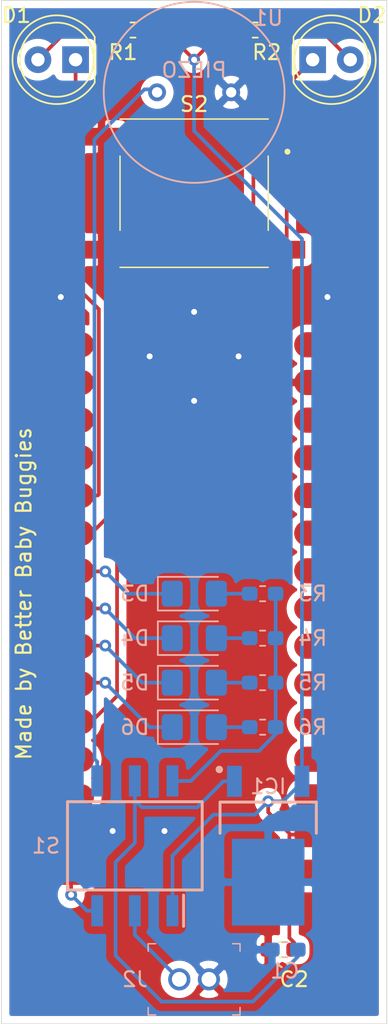
<source format=kicad_pcb>
(kicad_pcb (version 20171130) (host pcbnew "(5.1.5)-3")

  (general
    (thickness 1.6)
    (drawings 5)
    (tracks 112)
    (zones 0)
    (modules 20)
    (nets 40)
  )

  (page A4)
  (layers
    (0 F.Cu signal)
    (31 B.Cu signal)
    (32 B.Adhes user)
    (33 F.Adhes user)
    (34 B.Paste user)
    (35 F.Paste user)
    (36 B.SilkS user)
    (37 F.SilkS user)
    (38 B.Mask user)
    (39 F.Mask user)
    (40 Dwgs.User user)
    (41 Cmts.User user)
    (42 Eco1.User user)
    (43 Eco2.User user)
    (44 Edge.Cuts user)
    (45 Margin user)
    (46 B.CrtYd user)
    (47 F.CrtYd user)
    (48 B.Fab user)
    (49 F.Fab user)
  )

  (setup
    (last_trace_width 0.25)
    (trace_clearance 0.2)
    (zone_clearance 0.508)
    (zone_45_only no)
    (trace_min 0.2)
    (via_size 0.8)
    (via_drill 0.4)
    (via_min_size 0.4)
    (via_min_drill 0.3)
    (uvia_size 0.3)
    (uvia_drill 0.1)
    (uvias_allowed no)
    (uvia_min_size 0.2)
    (uvia_min_drill 0.1)
    (edge_width 0.05)
    (segment_width 0.2)
    (pcb_text_width 0.3)
    (pcb_text_size 1.5 1.5)
    (mod_edge_width 0.12)
    (mod_text_size 1 1)
    (mod_text_width 0.15)
    (pad_size 1.524 1.524)
    (pad_drill 0.762)
    (pad_to_mask_clearance 0.051)
    (solder_mask_min_width 0.25)
    (aux_axis_origin 0 0)
    (visible_elements 7FFDF7FF)
    (pcbplotparams
      (layerselection 0x010fc_ffffffff)
      (usegerberextensions false)
      (usegerberattributes false)
      (usegerberadvancedattributes false)
      (creategerberjobfile false)
      (excludeedgelayer true)
      (linewidth 0.100000)
      (plotframeref false)
      (viasonmask false)
      (mode 1)
      (useauxorigin false)
      (hpglpennumber 1)
      (hpglpenspeed 20)
      (hpglpendiameter 15.000000)
      (psnegative false)
      (psa4output false)
      (plotreference true)
      (plotvalue true)
      (plotinvisibletext false)
      (padsonsilk false)
      (subtractmaskfromsilk false)
      (outputformat 1)
      (mirror false)
      (drillshape 1)
      (scaleselection 1)
      (outputdirectory ""))
  )

  (net 0 "")
  (net 1 +BATT)
  (net 2 GND)
  (net 3 +3V3)
  (net 4 "Net-(D1-Pad2)")
  (net 5 POWER_LED)
  (net 6 "Net-(D2-Pad2)")
  (net 7 CONNECTED_LED)
  (net 8 "Net-(D3-Pad2)")
  (net 9 HEARTBEAT_LED)
  (net 10 "Net-(D4-Pad2)")
  (net 11 TRANSMIT_LED)
  (net 12 "Net-(D5-Pad2)")
  (net 13 RECEIVE_LED)
  (net 14 "Net-(D6-Pad2)")
  (net 15 SPEAKER_LED)
  (net 16 "Net-(J1-Pad16)")
  (net 17 "Net-(J1-Pad17)")
  (net 18 "Net-(J1-Pad18)")
  (net 19 SPEAKER)
  (net 20 "Net-(J1-Pad27)")
  (net 21 "Net-(J1-Pad28)")
  (net 22 "Net-(J1-Pad29)")
  (net 23 BUTTON0)
  (net 24 "Net-(J1-Pad15)")
  (net 25 "Net-(J1-Pad8)")
  (net 26 "Net-(J1-Pad6)")
  (net 27 "Net-(J1-Pad7)")
  (net 28 "Net-(J1-Pad9)")
  (net 29 "Net-(J1-Pad10)")
  (net 30 "Net-(J1-Pad4)")
  (net 31 "Net-(J1-Pad1)")
  (net 32 "Net-(J1-Pad12)")
  (net 33 "Net-(J1-Pad13)")
  (net 34 "Net-(J1-Pad5)")
  (net 35 "Net-(J1-Pad3)")
  (net 36 "Net-(J1-Pad11)")
  (net 37 POWER_SW)
  (net 38 LED_SW)
  (net 39 SPEAKER_SW)

  (net_class Default "This is the default net class."
    (clearance 0.2)
    (trace_width 0.25)
    (via_dia 0.8)
    (via_drill 0.4)
    (uvia_dia 0.3)
    (uvia_drill 0.1)
    (add_net +3V3)
    (add_net +BATT)
    (add_net BUTTON0)
    (add_net CONNECTED_LED)
    (add_net GND)
    (add_net HEARTBEAT_LED)
    (add_net LED_SW)
    (add_net "Net-(D1-Pad2)")
    (add_net "Net-(D2-Pad2)")
    (add_net "Net-(D3-Pad2)")
    (add_net "Net-(D4-Pad2)")
    (add_net "Net-(D5-Pad2)")
    (add_net "Net-(D6-Pad2)")
    (add_net "Net-(J1-Pad1)")
    (add_net "Net-(J1-Pad10)")
    (add_net "Net-(J1-Pad11)")
    (add_net "Net-(J1-Pad12)")
    (add_net "Net-(J1-Pad13)")
    (add_net "Net-(J1-Pad15)")
    (add_net "Net-(J1-Pad16)")
    (add_net "Net-(J1-Pad17)")
    (add_net "Net-(J1-Pad18)")
    (add_net "Net-(J1-Pad27)")
    (add_net "Net-(J1-Pad28)")
    (add_net "Net-(J1-Pad29)")
    (add_net "Net-(J1-Pad3)")
    (add_net "Net-(J1-Pad4)")
    (add_net "Net-(J1-Pad5)")
    (add_net "Net-(J1-Pad6)")
    (add_net "Net-(J1-Pad7)")
    (add_net "Net-(J1-Pad8)")
    (add_net "Net-(J1-Pad9)")
    (add_net POWER_LED)
    (add_net POWER_SW)
    (add_net RECEIVE_LED)
    (add_net SPEAKER)
    (add_net SPEAKER_LED)
    (add_net SPEAKER_SW)
    (add_net TRANSMIT_LED)
  )

  (module SamacSys:TO228P972X240-3N (layer B.Cu) (tedit 0) (tstamp 5E57DAC1)
    (at 143 115 270)
    (descr "DPAK (TO-252)")
    (tags "Integrated Circuit")
    (path /5E4332E3)
    (attr smd)
    (fp_text reference IC1 (at -4 0) (layer B.SilkS)
      (effects (font (size 1 1) (thickness 0.15)) (justify mirror))
    )
    (fp_text value L4931ABDT33-TR (at 0 0 270) (layer B.SilkS) hide
      (effects (font (size 1.27 1.27) (thickness 0.254)) (justify mirror))
    )
    (fp_circle (center -5.15 3.3) (end -5.15 3.175) (layer B.SilkS) (width 0.25))
    (fp_line (start -2.95 3.25) (end -0.85 3.25) (layer B.SilkS) (width 0.2))
    (fp_line (start -2.95 -3.25) (end -2.95 3.25) (layer B.SilkS) (width 0.2))
    (fp_line (start -0.85 -3.25) (end -2.95 -3.25) (layer B.SilkS) (width 0.2))
    (fp_line (start 4.327 2.35) (end 4.063 2.35) (layer B.Fab) (width 0.1))
    (fp_line (start 4.863 1.756) (end 4.327 2.35) (layer B.Fab) (width 0.1))
    (fp_line (start 4.863 -1.756) (end 4.863 1.756) (layer B.Fab) (width 0.1))
    (fp_line (start 4.326 -2.35) (end 4.863 -1.756) (layer B.Fab) (width 0.1))
    (fp_line (start 4.062 -2.35) (end 4.326 -2.35) (layer B.Fab) (width 0.1))
    (fp_line (start -2.037 3.25) (end -2.037 -3.25) (layer B.Fab) (width 0.1))
    (fp_line (start 4.062 3.25) (end -2.037 3.25) (layer B.Fab) (width 0.1))
    (fp_line (start 4.062 -3.25) (end 4.062 3.25) (layer B.Fab) (width 0.1))
    (fp_line (start -2.037 -3.25) (end 4.062 -3.25) (layer B.Fab) (width 0.1))
    (fp_line (start -0.5 0) (end 0.5 0) (layer B.CrtYd) (width 0.05))
    (fp_line (start 0 -0.5) (end 0 0.5) (layer B.CrtYd) (width 0.05))
    (fp_line (start -5.65 3.55) (end -5.65 -3.55) (layer B.CrtYd) (width 0.05))
    (fp_line (start 5.65 3.55) (end -5.65 3.55) (layer B.CrtYd) (width 0.05))
    (fp_line (start 5.65 -3.55) (end 5.65 3.55) (layer B.CrtYd) (width 0.05))
    (fp_line (start -5.65 -3.55) (end 5.65 -3.55) (layer B.CrtYd) (width 0.05))
    (fp_line (start -2.088 3.3) (end -2.088 -3.3) (layer B.CrtYd) (width 0.001))
    (fp_line (start 4.112 3.3) (end -2.088 3.3) (layer B.CrtYd) (width 0.001))
    (fp_line (start 4.112 -3.3) (end 4.112 3.3) (layer B.CrtYd) (width 0.001))
    (fp_line (start -2.088 -3.3) (end 4.112 -3.3) (layer B.CrtYd) (width 0.001))
    (fp_text user %R (at 0 0 270) (layer B.Fab)
      (effects (font (size 1 1) (thickness 0.15)) (justify mirror))
    )
    (pad 4 smd rect (at 2.45 0 180) (size 4.9 5.85) (layers B.Cu B.Paste B.Mask)
      (net 2 GND))
    (pad 3 smd rect (at -4.35 -2.28 180) (size 1 2.1) (layers B.Cu B.Paste B.Mask)
      (net 3 +3V3))
    (pad 1 smd rect (at -4.35 2.28 180) (size 1 2.1) (layers B.Cu B.Paste B.Mask)
      (net 1 +BATT))
  )

  (module PS1240P02BT:PS1240P02BT (layer B.Cu) (tedit 5E445B0B) (tstamp 5E57DE28)
    (at 138 64.2)
    (path /5E44FB9A)
    (fp_text reference U1 (at 5 -5 180) (layer B.SilkS)
      (effects (font (size 1 1) (thickness 0.15)) (justify mirror))
    )
    (fp_text value PS1240P02BT (at 0 0) (layer B.Fab)
      (effects (font (size 0.787402 0.787402) (thickness 0.015)) (justify mirror))
    )
    (fp_text user PIEZO (at 0 -1.5 180) (layer B.SilkS)
      (effects (font (size 1.000488 1.000488) (thickness 0.15)) (justify mirror))
    )
    (fp_circle (center 0 0) (end 6.10082 0) (layer B.SilkS) (width 0.127))
    (pad P$2 thru_hole circle (at 2.5 0) (size 1.208 1.208) (drill 0.7) (layers *.Cu *.Mask)
      (net 2 GND))
    (pad P$1 thru_hole circle (at -2.5 0) (size 1.208 1.208) (drill 0.7) (layers *.Cu *.Mask)
      (net 39 SPEAKER_SW))
  )

  (module SamacSys:3CSH9R (layer F.Cu) (tedit 0) (tstamp 5E55B109)
    (at 138 71)
    (descr 3CSH9R-2)
    (tags Switch)
    (path /5E5108E3)
    (attr smd)
    (fp_text reference S2 (at 0 -6) (layer F.SilkS)
      (effects (font (size 1 1) (thickness 0.15)))
    )
    (fp_text value 3CSH9R (at 0 0) (layer F.SilkS) hide
      (effects (font (size 1.27 1.27) (thickness 0.254)))
    )
    (fp_arc (start 6.3 -2.8) (end 6.3 -2.7) (angle -180) (layer F.SilkS) (width 0.2))
    (fp_arc (start 6.3 -2.8) (end 6.3 -2.9) (angle -180) (layer F.SilkS) (width 0.2))
    (fp_line (start 5 -2.5) (end 5 2.5) (layer F.SilkS) (width 0.1))
    (fp_line (start -5 -2.5) (end -5 2.5) (layer F.SilkS) (width 0.1))
    (fp_line (start -5 5) (end 5 5) (layer F.SilkS) (width 0.1))
    (fp_line (start -5 -5) (end 5 -5) (layer F.SilkS) (width 0.1))
    (fp_line (start 6.3 -2.7) (end 6.3 -2.7) (layer F.SilkS) (width 0.2))
    (fp_line (start 6.3 -2.9) (end 6.3 -2.9) (layer F.SilkS) (width 0.2))
    (fp_line (start -8 5.5) (end -8 -5.5) (layer F.CrtYd) (width 0.1))
    (fp_line (start 8 5.5) (end -8 5.5) (layer F.CrtYd) (width 0.1))
    (fp_line (start 8 -5.5) (end 8 5.5) (layer F.CrtYd) (width 0.1))
    (fp_line (start -8 -5.5) (end 8 -5.5) (layer F.CrtYd) (width 0.1))
    (fp_line (start -5 5) (end -5 -5) (layer F.Fab) (width 0.2))
    (fp_line (start 5 5) (end -5 5) (layer F.Fab) (width 0.2))
    (fp_line (start 5 -5) (end 5 5) (layer F.Fab) (width 0.2))
    (fp_line (start -5 -5) (end 5 -5) (layer F.Fab) (width 0.2))
    (fp_text user %R (at 0 0) (layer F.Fab)
      (effects (font (size 1 1) (thickness 0.15)))
    )
    (pad 4 smd rect (at -6.25 3.81 90) (size 1.2 2.5) (layers F.Cu F.Paste F.Mask)
      (net 2 GND))
    (pad 3 smd rect (at 6.25 3.81 90) (size 1.2 2.5) (layers F.Cu F.Paste F.Mask)
      (net 23 BUTTON0))
    (pad 2 smd rect (at -6.25 -3.81 90) (size 1.2 2.5) (layers F.Cu F.Paste F.Mask)
      (net 2 GND))
    (pad 1 smd rect (at 6.25 -3.81 90) (size 1.2 2.5) (layers F.Cu F.Paste F.Mask)
      (net 23 BUTTON0))
    (model "C:\\Users\\Dylan Staatz\\Documents\\code\\github\\senior-design\\hardware\\common_lib\\SamacSys\\SamacSys_Parts.3dshapes\\3CSH9R.stp"
      (at (xyz 0 0 0))
      (scale (xyz 1 1 1))
      (rotate (xyz 0 0 0))
    )
  )

  (module SamacSys:SOP254P991X385-6N (layer B.Cu) (tedit 0) (tstamp 5E55B0F0)
    (at 134 115 90)
    (descr 219-3MST)
    (tags Switch)
    (path /5E4F02DC)
    (attr smd)
    (fp_text reference S1 (at 0 -6) (layer B.SilkS)
      (effects (font (size 1 1) (thickness 0.15)) (justify mirror))
    )
    (fp_text value 219-3MST (at 0 0 270) (layer B.SilkS) hide
      (effects (font (size 1.27 1.27) (thickness 0.254)) (justify mirror))
    )
    (fp_line (start -5.425 3.29) (end -3.325 3.29) (layer B.SilkS) (width 0.2))
    (fp_line (start -2.975 -4.545) (end -2.975 4.545) (layer B.SilkS) (width 0.2))
    (fp_line (start 2.975 -4.545) (end -2.975 -4.545) (layer B.SilkS) (width 0.2))
    (fp_line (start 2.975 4.545) (end 2.975 -4.545) (layer B.SilkS) (width 0.2))
    (fp_line (start -2.975 4.545) (end 2.975 4.545) (layer B.SilkS) (width 0.2))
    (fp_line (start -3.35 2.005) (end -0.81 4.545) (layer B.Fab) (width 0.1))
    (fp_line (start -3.35 -4.545) (end -3.35 4.545) (layer B.Fab) (width 0.1))
    (fp_line (start 3.35 -4.545) (end -3.35 -4.545) (layer B.Fab) (width 0.1))
    (fp_line (start 3.35 4.545) (end 3.35 -4.545) (layer B.Fab) (width 0.1))
    (fp_line (start -3.35 4.545) (end 3.35 4.545) (layer B.Fab) (width 0.1))
    (fp_line (start -5.675 -4.945) (end -5.675 4.945) (layer B.CrtYd) (width 0.05))
    (fp_line (start 5.675 -4.945) (end -5.675 -4.945) (layer B.CrtYd) (width 0.05))
    (fp_line (start 5.675 4.945) (end 5.675 -4.945) (layer B.CrtYd) (width 0.05))
    (fp_line (start -5.675 4.945) (end 5.675 4.945) (layer B.CrtYd) (width 0.05))
    (fp_text user %R (at 0 0 270) (layer B.Fab)
      (effects (font (size 1 1) (thickness 0.15)) (justify mirror))
    )
    (pad 6 smd rect (at 4.375 2.54) (size 0.8 2.1) (layers B.Cu B.Paste B.Mask)
      (net 38 LED_SW))
    (pad 5 smd rect (at 4.375 0) (size 0.8 2.1) (layers B.Cu B.Paste B.Mask)
      (net 1 +BATT))
    (pad 4 smd rect (at 4.375 -2.54) (size 0.8 2.1) (layers B.Cu B.Paste B.Mask)
      (net 39 SPEAKER_SW))
    (pad 3 smd rect (at -4.375 -2.54) (size 0.8 2.1) (layers B.Cu B.Paste B.Mask)
      (net 19 SPEAKER))
    (pad 2 smd rect (at -4.375 0) (size 0.8 2.1) (layers B.Cu B.Paste B.Mask)
      (net 37 POWER_SW))
    (pad 1 smd rect (at -4.375 2.54) (size 0.8 2.1) (layers B.Cu B.Paste B.Mask)
      (net 3 +3V3))
    (model "C:\\Users\\Dylan Staatz\\Documents\\code\\github\\senior-design\\hardware\\common_lib\\SamacSys\\SamacSys_Parts.3dshapes\\219-3MST.stp"
      (at (xyz 0 0 0))
      (scale (xyz 1 1 1))
      (rotate (xyz 0 0 0))
    )
  )

  (module Resistor_SMD:R_0603_1608Metric_Pad1.05x0.95mm_HandSolder (layer B.Cu) (tedit 5B301BBD) (tstamp 5E5E9AE3)
    (at 142.625 107 180)
    (descr "Resistor SMD 0603 (1608 Metric), square (rectangular) end terminal, IPC_7351 nominal with elongated pad for handsoldering. (Body size source: http://www.tortai-tech.com/upload/download/2011102023233369053.pdf), generated with kicad-footprint-generator")
    (tags "resistor handsolder")
    (path /5E324953)
    (attr smd)
    (fp_text reference R6 (at -3.375 0 180) (layer B.SilkS)
      (effects (font (size 1 1) (thickness 0.15)) (justify mirror))
    )
    (fp_text value 1.2K (at 0 -1.43) (layer B.Fab)
      (effects (font (size 1 1) (thickness 0.15)) (justify mirror))
    )
    (fp_text user %R (at 0 0) (layer B.Fab)
      (effects (font (size 1 1) (thickness 0.15)) (justify mirror))
    )
    (fp_line (start 1.65 -0.73) (end -1.65 -0.73) (layer B.CrtYd) (width 0.05))
    (fp_line (start 1.65 0.73) (end 1.65 -0.73) (layer B.CrtYd) (width 0.05))
    (fp_line (start -1.65 0.73) (end 1.65 0.73) (layer B.CrtYd) (width 0.05))
    (fp_line (start -1.65 -0.73) (end -1.65 0.73) (layer B.CrtYd) (width 0.05))
    (fp_line (start -0.171267 -0.51) (end 0.171267 -0.51) (layer B.SilkS) (width 0.12))
    (fp_line (start -0.171267 0.51) (end 0.171267 0.51) (layer B.SilkS) (width 0.12))
    (fp_line (start 0.8 -0.4) (end -0.8 -0.4) (layer B.Fab) (width 0.1))
    (fp_line (start 0.8 0.4) (end 0.8 -0.4) (layer B.Fab) (width 0.1))
    (fp_line (start -0.8 0.4) (end 0.8 0.4) (layer B.Fab) (width 0.1))
    (fp_line (start -0.8 -0.4) (end -0.8 0.4) (layer B.Fab) (width 0.1))
    (pad 2 smd roundrect (at 0.875 0 180) (size 1.05 0.95) (layers B.Cu B.Paste B.Mask) (roundrect_rratio 0.25)
      (net 14 "Net-(D6-Pad2)"))
    (pad 1 smd roundrect (at -0.875 0 180) (size 1.05 0.95) (layers B.Cu B.Paste B.Mask) (roundrect_rratio 0.25)
      (net 38 LED_SW))
    (model ${KISYS3DMOD}/Resistor_SMD.3dshapes/R_0603_1608Metric.wrl
      (at (xyz 0 0 0))
      (scale (xyz 1 1 1))
      (rotate (xyz 0 0 0))
    )
  )

  (module Resistor_SMD:R_0603_1608Metric_Pad1.05x0.95mm_HandSolder (layer B.Cu) (tedit 5B301BBD) (tstamp 5E55B0C6)
    (at 142.625 104 180)
    (descr "Resistor SMD 0603 (1608 Metric), square (rectangular) end terminal, IPC_7351 nominal with elongated pad for handsoldering. (Body size source: http://www.tortai-tech.com/upload/download/2011102023233369053.pdf), generated with kicad-footprint-generator")
    (tags "resistor handsolder")
    (path /5E325746)
    (attr smd)
    (fp_text reference R5 (at -3.375 0 180) (layer B.SilkS)
      (effects (font (size 1 1) (thickness 0.15)) (justify mirror))
    )
    (fp_text value 1.2K (at 0 -1.43) (layer B.Fab)
      (effects (font (size 1 1) (thickness 0.15)) (justify mirror))
    )
    (fp_text user %R (at 0 0) (layer B.Fab)
      (effects (font (size 1 1) (thickness 0.15)) (justify mirror))
    )
    (fp_line (start 1.65 -0.73) (end -1.65 -0.73) (layer B.CrtYd) (width 0.05))
    (fp_line (start 1.65 0.73) (end 1.65 -0.73) (layer B.CrtYd) (width 0.05))
    (fp_line (start -1.65 0.73) (end 1.65 0.73) (layer B.CrtYd) (width 0.05))
    (fp_line (start -1.65 -0.73) (end -1.65 0.73) (layer B.CrtYd) (width 0.05))
    (fp_line (start -0.171267 -0.51) (end 0.171267 -0.51) (layer B.SilkS) (width 0.12))
    (fp_line (start -0.171267 0.51) (end 0.171267 0.51) (layer B.SilkS) (width 0.12))
    (fp_line (start 0.8 -0.4) (end -0.8 -0.4) (layer B.Fab) (width 0.1))
    (fp_line (start 0.8 0.4) (end 0.8 -0.4) (layer B.Fab) (width 0.1))
    (fp_line (start -0.8 0.4) (end 0.8 0.4) (layer B.Fab) (width 0.1))
    (fp_line (start -0.8 -0.4) (end -0.8 0.4) (layer B.Fab) (width 0.1))
    (pad 2 smd roundrect (at 0.875 0 180) (size 1.05 0.95) (layers B.Cu B.Paste B.Mask) (roundrect_rratio 0.25)
      (net 12 "Net-(D5-Pad2)"))
    (pad 1 smd roundrect (at -0.875 0 180) (size 1.05 0.95) (layers B.Cu B.Paste B.Mask) (roundrect_rratio 0.25)
      (net 38 LED_SW))
    (model ${KISYS3DMOD}/Resistor_SMD.3dshapes/R_0603_1608Metric.wrl
      (at (xyz 0 0 0))
      (scale (xyz 1 1 1))
      (rotate (xyz 0 0 0))
    )
  )

  (module Resistor_SMD:R_0603_1608Metric_Pad1.05x0.95mm_HandSolder (layer B.Cu) (tedit 5B301BBD) (tstamp 5E55B0B5)
    (at 142.625 101 180)
    (descr "Resistor SMD 0603 (1608 Metric), square (rectangular) end terminal, IPC_7351 nominal with elongated pad for handsoldering. (Body size source: http://www.tortai-tech.com/upload/download/2011102023233369053.pdf), generated with kicad-footprint-generator")
    (tags "resistor handsolder")
    (path /5E3265FC)
    (attr smd)
    (fp_text reference R4 (at -3.375 0 180) (layer B.SilkS)
      (effects (font (size 1 1) (thickness 0.15)) (justify mirror))
    )
    (fp_text value 1.2K (at 0 -1.43) (layer B.Fab)
      (effects (font (size 1 1) (thickness 0.15)) (justify mirror))
    )
    (fp_text user %R (at 0 0) (layer B.Fab)
      (effects (font (size 1 1) (thickness 0.15)) (justify mirror))
    )
    (fp_line (start 1.65 -0.73) (end -1.65 -0.73) (layer B.CrtYd) (width 0.05))
    (fp_line (start 1.65 0.73) (end 1.65 -0.73) (layer B.CrtYd) (width 0.05))
    (fp_line (start -1.65 0.73) (end 1.65 0.73) (layer B.CrtYd) (width 0.05))
    (fp_line (start -1.65 -0.73) (end -1.65 0.73) (layer B.CrtYd) (width 0.05))
    (fp_line (start -0.171267 -0.51) (end 0.171267 -0.51) (layer B.SilkS) (width 0.12))
    (fp_line (start -0.171267 0.51) (end 0.171267 0.51) (layer B.SilkS) (width 0.12))
    (fp_line (start 0.8 -0.4) (end -0.8 -0.4) (layer B.Fab) (width 0.1))
    (fp_line (start 0.8 0.4) (end 0.8 -0.4) (layer B.Fab) (width 0.1))
    (fp_line (start -0.8 0.4) (end 0.8 0.4) (layer B.Fab) (width 0.1))
    (fp_line (start -0.8 -0.4) (end -0.8 0.4) (layer B.Fab) (width 0.1))
    (pad 2 smd roundrect (at 0.875 0 180) (size 1.05 0.95) (layers B.Cu B.Paste B.Mask) (roundrect_rratio 0.25)
      (net 10 "Net-(D4-Pad2)"))
    (pad 1 smd roundrect (at -0.875 0 180) (size 1.05 0.95) (layers B.Cu B.Paste B.Mask) (roundrect_rratio 0.25)
      (net 38 LED_SW))
    (model ${KISYS3DMOD}/Resistor_SMD.3dshapes/R_0603_1608Metric.wrl
      (at (xyz 0 0 0))
      (scale (xyz 1 1 1))
      (rotate (xyz 0 0 0))
    )
  )

  (module Resistor_SMD:R_0603_1608Metric_Pad1.05x0.95mm_HandSolder (layer B.Cu) (tedit 5B301BBD) (tstamp 5E55B0A4)
    (at 142.625 98 180)
    (descr "Resistor SMD 0603 (1608 Metric), square (rectangular) end terminal, IPC_7351 nominal with elongated pad for handsoldering. (Body size source: http://www.tortai-tech.com/upload/download/2011102023233369053.pdf), generated with kicad-footprint-generator")
    (tags "resistor handsolder")
    (path /5E32702D)
    (attr smd)
    (fp_text reference R3 (at -3.375 0 180) (layer B.SilkS)
      (effects (font (size 1 1) (thickness 0.15)) (justify mirror))
    )
    (fp_text value 1.2K (at 0 -1.43) (layer B.Fab)
      (effects (font (size 1 1) (thickness 0.15)) (justify mirror))
    )
    (fp_text user %R (at 0 0) (layer B.Fab)
      (effects (font (size 1 1) (thickness 0.15)) (justify mirror))
    )
    (fp_line (start 1.65 -0.73) (end -1.65 -0.73) (layer B.CrtYd) (width 0.05))
    (fp_line (start 1.65 0.73) (end 1.65 -0.73) (layer B.CrtYd) (width 0.05))
    (fp_line (start -1.65 0.73) (end 1.65 0.73) (layer B.CrtYd) (width 0.05))
    (fp_line (start -1.65 -0.73) (end -1.65 0.73) (layer B.CrtYd) (width 0.05))
    (fp_line (start -0.171267 -0.51) (end 0.171267 -0.51) (layer B.SilkS) (width 0.12))
    (fp_line (start -0.171267 0.51) (end 0.171267 0.51) (layer B.SilkS) (width 0.12))
    (fp_line (start 0.8 -0.4) (end -0.8 -0.4) (layer B.Fab) (width 0.1))
    (fp_line (start 0.8 0.4) (end 0.8 -0.4) (layer B.Fab) (width 0.1))
    (fp_line (start -0.8 0.4) (end 0.8 0.4) (layer B.Fab) (width 0.1))
    (fp_line (start -0.8 -0.4) (end -0.8 0.4) (layer B.Fab) (width 0.1))
    (pad 2 smd roundrect (at 0.875 0 180) (size 1.05 0.95) (layers B.Cu B.Paste B.Mask) (roundrect_rratio 0.25)
      (net 8 "Net-(D3-Pad2)"))
    (pad 1 smd roundrect (at -0.875 0 180) (size 1.05 0.95) (layers B.Cu B.Paste B.Mask) (roundrect_rratio 0.25)
      (net 38 LED_SW))
    (model ${KISYS3DMOD}/Resistor_SMD.3dshapes/R_0603_1608Metric.wrl
      (at (xyz 0 0 0))
      (scale (xyz 1 1 1))
      (rotate (xyz 0 0 0))
    )
  )

  (module Resistor_SMD:R_0603_1608Metric_Pad1.05x0.95mm_HandSolder (layer F.Cu) (tedit 5B301BBD) (tstamp 5E55B093)
    (at 142.125 60)
    (descr "Resistor SMD 0603 (1608 Metric), square (rectangular) end terminal, IPC_7351 nominal with elongated pad for handsoldering. (Body size source: http://www.tortai-tech.com/upload/download/2011102023233369053.pdf), generated with kicad-footprint-generator")
    (tags "resistor handsolder")
    (path /5E4DA2B7)
    (attr smd)
    (fp_text reference R2 (at 0.775 1.5) (layer F.SilkS)
      (effects (font (size 1 1) (thickness 0.15)))
    )
    (fp_text value 1.2K (at 0 1.43) (layer F.Fab)
      (effects (font (size 1 1) (thickness 0.15)))
    )
    (fp_text user %R (at 0 0) (layer F.Fab)
      (effects (font (size 1 1) (thickness 0.15)))
    )
    (fp_line (start 1.65 0.73) (end -1.65 0.73) (layer F.CrtYd) (width 0.05))
    (fp_line (start 1.65 -0.73) (end 1.65 0.73) (layer F.CrtYd) (width 0.05))
    (fp_line (start -1.65 -0.73) (end 1.65 -0.73) (layer F.CrtYd) (width 0.05))
    (fp_line (start -1.65 0.73) (end -1.65 -0.73) (layer F.CrtYd) (width 0.05))
    (fp_line (start -0.171267 0.51) (end 0.171267 0.51) (layer F.SilkS) (width 0.12))
    (fp_line (start -0.171267 -0.51) (end 0.171267 -0.51) (layer F.SilkS) (width 0.12))
    (fp_line (start 0.8 0.4) (end -0.8 0.4) (layer F.Fab) (width 0.1))
    (fp_line (start 0.8 -0.4) (end 0.8 0.4) (layer F.Fab) (width 0.1))
    (fp_line (start -0.8 -0.4) (end 0.8 -0.4) (layer F.Fab) (width 0.1))
    (fp_line (start -0.8 0.4) (end -0.8 -0.4) (layer F.Fab) (width 0.1))
    (pad 2 smd roundrect (at 0.875 0) (size 1.05 0.95) (layers F.Cu F.Paste F.Mask) (roundrect_rratio 0.25)
      (net 6 "Net-(D2-Pad2)"))
    (pad 1 smd roundrect (at -0.875 0) (size 1.05 0.95) (layers F.Cu F.Paste F.Mask) (roundrect_rratio 0.25)
      (net 3 +3V3))
    (model ${KISYS3DMOD}/Resistor_SMD.3dshapes/R_0603_1608Metric.wrl
      (at (xyz 0 0 0))
      (scale (xyz 1 1 1))
      (rotate (xyz 0 0 0))
    )
  )

  (module Resistor_SMD:R_0603_1608Metric_Pad1.05x0.95mm_HandSolder (layer F.Cu) (tedit 5B301BBD) (tstamp 5E5EA7CC)
    (at 133.875 60 180)
    (descr "Resistor SMD 0603 (1608 Metric), square (rectangular) end terminal, IPC_7351 nominal with elongated pad for handsoldering. (Body size source: http://www.tortai-tech.com/upload/download/2011102023233369053.pdf), generated with kicad-footprint-generator")
    (tags "resistor handsolder")
    (path /5E4E79FC)
    (attr smd)
    (fp_text reference R1 (at 0.675 -1.5) (layer F.SilkS)
      (effects (font (size 1 1) (thickness 0.15)))
    )
    (fp_text value 1.2K (at 0 1.43) (layer F.Fab)
      (effects (font (size 1 1) (thickness 0.15)))
    )
    (fp_line (start -0.8 0.4) (end -0.8 -0.4) (layer F.Fab) (width 0.1))
    (fp_line (start -0.8 -0.4) (end 0.8 -0.4) (layer F.Fab) (width 0.1))
    (fp_line (start 0.8 -0.4) (end 0.8 0.4) (layer F.Fab) (width 0.1))
    (fp_line (start 0.8 0.4) (end -0.8 0.4) (layer F.Fab) (width 0.1))
    (fp_line (start -0.171267 -0.51) (end 0.171267 -0.51) (layer F.SilkS) (width 0.12))
    (fp_line (start -0.171267 0.51) (end 0.171267 0.51) (layer F.SilkS) (width 0.12))
    (fp_line (start -1.65 0.73) (end -1.65 -0.73) (layer F.CrtYd) (width 0.05))
    (fp_line (start -1.65 -0.73) (end 1.65 -0.73) (layer F.CrtYd) (width 0.05))
    (fp_line (start 1.65 -0.73) (end 1.65 0.73) (layer F.CrtYd) (width 0.05))
    (fp_line (start 1.65 0.73) (end -1.65 0.73) (layer F.CrtYd) (width 0.05))
    (fp_text user %R (at 0 0) (layer F.Fab)
      (effects (font (size 1 1) (thickness 0.15)))
    )
    (pad 1 smd roundrect (at -0.875 0 180) (size 1.05 0.95) (layers F.Cu F.Paste F.Mask) (roundrect_rratio 0.25)
      (net 3 +3V3))
    (pad 2 smd roundrect (at 0.875 0 180) (size 1.05 0.95) (layers F.Cu F.Paste F.Mask) (roundrect_rratio 0.25)
      (net 4 "Net-(D1-Pad2)"))
    (model ${KISYS3DMOD}/Resistor_SMD.3dshapes/R_0603_1608Metric.wrl
      (at (xyz 0 0 0))
      (scale (xyz 1 1 1))
      (rotate (xyz 0 0 0))
    )
  )

  (module digikey-kicad-library:PinHeader_1x2_P2mm_Drill1mm (layer B.Cu) (tedit 5A4C0C10) (tstamp 5E55B071)
    (at 137 124)
    (descr http://www.jst-mfg.com/product/pdf/eng/ePH.pdf)
    (path /5E50BF7B)
    (fp_text reference J2 (at -3 0) (layer B.SilkS)
      (effects (font (size 1 1) (thickness 0.15)) (justify mirror))
    )
    (fp_text value B2B-PH-K-S_LF__SN_ (at 1.04 -3.58) (layer B.Fab)
      (effects (font (size 1 1) (thickness 0.15)) (justify mirror))
    )
    (fp_line (start -1.95 -2.25) (end 3.95 -2.25) (layer B.Fab) (width 0.1))
    (fp_line (start -1.95 2.25) (end -1.95 -2.25) (layer B.Fab) (width 0.1))
    (fp_line (start -1.95 2.25) (end 3.95 2.25) (layer B.Fab) (width 0.1))
    (fp_line (start 3.95 2.25) (end 3.95 -2.25) (layer B.Fab) (width 0.1))
    (fp_line (start 4.1 2.4) (end 3.6 2.4) (layer B.SilkS) (width 0.1))
    (fp_line (start 4.1 2.4) (end 4.1 1.9) (layer B.SilkS) (width 0.1))
    (fp_line (start -2.1 2.4) (end -1.6 2.4) (layer B.SilkS) (width 0.1))
    (fp_line (start -2.1 2.4) (end -2.1 1.9) (layer B.SilkS) (width 0.1))
    (fp_line (start -2.1 -2.4) (end -1.6 -2.4) (layer B.SilkS) (width 0.1))
    (fp_line (start -2.1 -2.4) (end -2.1 -1.9) (layer B.SilkS) (width 0.1))
    (fp_line (start 4.1 -2.4) (end 3.6 -2.4) (layer B.SilkS) (width 0.1))
    (fp_line (start 4.1 -2.4) (end 4.1 -1.9) (layer B.SilkS) (width 0.1))
    (fp_line (start 4.2 2.5) (end -2.2 2.5) (layer B.CrtYd) (width 0.05))
    (fp_line (start 4.2 2.5) (end 4.2 -2.5) (layer B.CrtYd) (width 0.05))
    (fp_line (start -2.2 2.5) (end -2.2 -2.5) (layer B.CrtYd) (width 0.05))
    (fp_line (start 4.2 -2.5) (end -2.2 -2.5) (layer B.CrtYd) (width 0.05))
    (fp_text user %R (at 0.95 0.05) (layer B.Fab)
      (effects (font (size 1 1) (thickness 0.15)) (justify mirror))
    )
    (pad 2 thru_hole circle (at 2 0) (size 1.5 1.5) (drill 1) (layers *.Cu *.Mask)
      (net 2 GND))
    (pad 1 thru_hole circle (at 0 0) (size 1.5 1.5) (drill 1) (layers *.Cu *.Mask)
      (net 37 POWER_SW))
  )

  (module Nano_33:NANO_33_Footprint_SMD_Castell (layer F.Cu) (tedit 5D644E30) (tstamp 5E55B05A)
    (at 138 99 90)
    (descr "Through hole straight socket strip, 1x15, 2.54mm pitch")
    (tags "Through hole socket strip THT 1x15 2.54mm single row")
    (path /5E309CC1)
    (fp_text reference J1 (at -0.15 -4.8 90) (layer F.Fab)
      (effects (font (size 1 1) (thickness 0.15)))
    )
    (fp_text value Arduino-NANO-33 (at 0 12.065 90) (layer F.Fab)
      (effects (font (size 1 1) (thickness 0.15)))
    )
    (fp_text user %R (at 0 -7.62 90) (layer F.Fab)
      (effects (font (size 1 1) (thickness 0.15)))
    )
    (fp_line (start -19.05 -8.89) (end 19.05 -8.89) (layer F.Fab) (width 0.1))
    (fp_line (start -19.05 -6.35) (end -19.05 -8.89) (layer F.Fab) (width 0.1))
    (fp_line (start 18.415 -6.35) (end -19.05 -6.35) (layer F.Fab) (width 0.1))
    (fp_line (start 19.05 -6.985) (end 18.415 -6.35) (layer F.Fab) (width 0.1))
    (fp_line (start 19.05 -8.89) (end 19.05 -6.985) (layer F.Fab) (width 0.1))
    (fp_line (start -19.05 8.89) (end -19.05 6.985) (layer F.Fab) (width 0.1))
    (fp_line (start -19.05 6.985) (end -18.415 6.35) (layer F.Fab) (width 0.1))
    (fp_line (start -18.415 6.35) (end 19.05 6.35) (layer F.Fab) (width 0.1))
    (fp_line (start 19.05 6.35) (end 19.05 8.89) (layer F.Fab) (width 0.1))
    (fp_line (start 19.05 8.89) (end -19.05 8.89) (layer F.Fab) (width 0.1))
    (fp_text user %R (at 0 7.62 270) (layer F.Fab)
      (effects (font (size 1 1) (thickness 0.15)))
    )
    (fp_line (start 22 8.89) (end 22 -8.89) (layer F.Fab) (width 0.12))
    (fp_line (start -22 8.89) (end 22 8.89) (layer F.Fab) (width 0.12))
    (fp_line (start -22 8.89) (end -22 -8.89) (layer F.Fab) (width 0.12))
    (fp_line (start -22 -8.89) (end 22 -8.89) (layer F.Fab) (width 0.12))
    (fp_poly (pts (xy -22.86 3.175) (xy -18.415 3.175) (xy -18.415 -3.175) (xy -22.86 -3.175)) (layer F.Fab) (width 0.1))
    (fp_poly (pts (xy -3.175 3.175) (xy 3.175 3.175) (xy 3.175 -3.175) (xy -3.175 -3.175)) (layer F.Fab) (width 0.1))
    (fp_poly (pts (xy 8.89 4.445) (xy 21.59 4.445) (xy 21.59 -4.445) (xy 8.89 -4.445)) (layer F.Fab) (width 0.1))
    (pad 16 smd oval (at 17.78 -8.255) (size 3 1.7) (layers F.Cu F.Mask)
      (net 16 "Net-(J1-Pad16)"))
    (pad 17 smd oval (at 15.24 -8.255) (size 3 1.7) (layers F.Cu F.Mask)
      (net 17 "Net-(J1-Pad17)"))
    (pad 18 smd oval (at 12.7 -8.255) (size 3 1.7) (layers F.Cu F.Mask)
      (net 18 "Net-(J1-Pad18)"))
    (pad 19 smd oval (at 10.16 -8.255) (size 3 1.7) (layers F.Cu F.Mask)
      (net 2 GND))
    (pad 20 smd oval (at 7.62 -8.255) (size 3 1.7) (layers F.Cu F.Mask)
      (net 5 POWER_LED))
    (pad 21 smd oval (at 5.08 -8.255) (size 3 1.7) (layers F.Cu F.Mask)
      (net 7 CONNECTED_LED))
    (pad 22 smd oval (at 2.54 -8.255) (size 3 1.7) (layers F.Cu F.Mask)
      (net 9 HEARTBEAT_LED))
    (pad 23 smd oval (at 0 -8.255) (size 3 1.7) (layers F.Cu F.Mask)
      (net 11 TRANSMIT_LED))
    (pad 24 smd oval (at -2.54 -8.255) (size 3 1.7) (layers F.Cu F.Mask)
      (net 13 RECEIVE_LED))
    (pad 25 smd oval (at -5.08 -8.255) (size 3 1.7) (layers F.Cu F.Mask)
      (net 15 SPEAKER_LED))
    (pad 26 smd oval (at -7.62 -8.255) (size 3 1.7) (layers F.Cu F.Mask)
      (net 23 BUTTON0))
    (pad 27 smd oval (at -10.16 -8.255) (size 3 1.7) (layers F.Cu F.Mask)
      (net 20 "Net-(J1-Pad27)"))
    (pad 28 smd oval (at -12.7 -8.255) (size 3 1.7) (layers F.Cu F.Mask)
      (net 21 "Net-(J1-Pad28)"))
    (pad 29 smd oval (at -15.24 -8.255) (size 3 1.7) (layers F.Cu F.Mask)
      (net 22 "Net-(J1-Pad29)"))
    (pad 30 smd oval (at -17.78 -8.255) (size 3 1.7) (layers F.Cu F.Mask)
      (net 19 SPEAKER))
    (pad 2 smd oval (at -15.24 8.255 180) (size 3 1.7) (layers F.Cu F.Mask)
      (net 3 +3V3))
    (pad 15 smd oval (at 17.78 8.255 180) (size 3 1.7) (layers F.Cu F.Mask)
      (net 24 "Net-(J1-Pad15)"))
    (pad 8 smd oval (at 0 8.255 180) (size 3 1.7) (layers F.Cu F.Mask)
      (net 25 "Net-(J1-Pad8)"))
    (pad 6 smd oval (at -5.08 8.255 180) (size 3 1.7) (layers F.Cu F.Mask)
      (net 26 "Net-(J1-Pad6)"))
    (pad 7 smd oval (at -2.54 8.255 180) (size 3 1.7) (layers F.Cu F.Mask)
      (net 27 "Net-(J1-Pad7)"))
    (pad 9 smd oval (at 2.54 8.255 180) (size 3 1.7) (layers F.Cu F.Mask)
      (net 28 "Net-(J1-Pad9)"))
    (pad 10 smd oval (at 5.08 8.255 180) (size 3 1.7) (layers F.Cu F.Mask)
      (net 29 "Net-(J1-Pad10)"))
    (pad 4 smd oval (at -10.16 8.255 180) (size 3 1.7) (layers F.Cu F.Mask)
      (net 30 "Net-(J1-Pad4)"))
    (pad 14 smd oval (at 15.24 8.255 180) (size 3 1.7) (layers F.Cu F.Mask)
      (net 2 GND))
    (pad 1 smd oval (at -17.78 8.255 180) (size 3 1.7) (layers F.Cu F.Mask)
      (net 31 "Net-(J1-Pad1)"))
    (pad 12 smd oval (at 10.16 8.255 180) (size 3 1.7) (layers F.Cu F.Mask)
      (net 32 "Net-(J1-Pad12)"))
    (pad 13 smd oval (at 12.7 8.255 180) (size 3 1.7) (layers F.Cu F.Mask)
      (net 33 "Net-(J1-Pad13)"))
    (pad 5 smd oval (at -7.62 8.255 180) (size 3 1.7) (layers F.Cu F.Mask)
      (net 34 "Net-(J1-Pad5)"))
    (pad 3 smd oval (at -12.7 8.255 180) (size 3 1.7) (layers F.Cu F.Mask)
      (net 35 "Net-(J1-Pad3)"))
    (pad 11 smd oval (at 7.62 8.255 180) (size 3 1.7) (layers F.Cu F.Mask)
      (net 36 "Net-(J1-Pad11)"))
    (model "${KISYS3DMOD}/Arduino.3dshapes/Arduino Nano 33 IoT.stp"
      (offset (xyz 0.5 0 0))
      (scale (xyz 1 1 1))
      (rotate (xyz -90 0 90))
    )
  )

  (module LED_SMD:LED_1206_3216Metric_Pad1.42x1.75mm_HandSolder (layer B.Cu) (tedit 5B4B45C9) (tstamp 5E5E9A8E)
    (at 138.0125 107)
    (descr "LED SMD 1206 (3216 Metric), square (rectangular) end terminal, IPC_7351 nominal, (Body size source: http://www.tortai-tech.com/upload/download/2011102023233369053.pdf), generated with kicad-footprint-generator")
    (tags "LED handsolder")
    (path /5E324961)
    (attr smd)
    (fp_text reference D6 (at -4.0125 0) (layer B.SilkS)
      (effects (font (size 1 1) (thickness 0.15)) (justify mirror))
    )
    (fp_text value LED (at 0 -1.82) (layer B.Fab)
      (effects (font (size 1 1) (thickness 0.15)) (justify mirror))
    )
    (fp_text user %R (at 0 0) (layer B.Fab)
      (effects (font (size 1 1) (thickness 0.15)) (justify mirror))
    )
    (fp_line (start 2.45 -1.12) (end -2.45 -1.12) (layer B.CrtYd) (width 0.05))
    (fp_line (start 2.45 1.12) (end 2.45 -1.12) (layer B.CrtYd) (width 0.05))
    (fp_line (start -2.45 1.12) (end 2.45 1.12) (layer B.CrtYd) (width 0.05))
    (fp_line (start -2.45 -1.12) (end -2.45 1.12) (layer B.CrtYd) (width 0.05))
    (fp_line (start -2.46 -1.135) (end 1.6 -1.135) (layer B.SilkS) (width 0.12))
    (fp_line (start -2.46 1.135) (end -2.46 -1.135) (layer B.SilkS) (width 0.12))
    (fp_line (start 1.6 1.135) (end -2.46 1.135) (layer B.SilkS) (width 0.12))
    (fp_line (start 1.6 -0.8) (end 1.6 0.8) (layer B.Fab) (width 0.1))
    (fp_line (start -1.6 -0.8) (end 1.6 -0.8) (layer B.Fab) (width 0.1))
    (fp_line (start -1.6 0.4) (end -1.6 -0.8) (layer B.Fab) (width 0.1))
    (fp_line (start -1.2 0.8) (end -1.6 0.4) (layer B.Fab) (width 0.1))
    (fp_line (start 1.6 0.8) (end -1.2 0.8) (layer B.Fab) (width 0.1))
    (pad 2 smd roundrect (at 1.4875 0) (size 1.425 1.75) (layers B.Cu B.Paste B.Mask) (roundrect_rratio 0.175439)
      (net 14 "Net-(D6-Pad2)"))
    (pad 1 smd roundrect (at -1.4875 0) (size 1.425 1.75) (layers B.Cu B.Paste B.Mask) (roundrect_rratio 0.175439)
      (net 15 SPEAKER_LED))
    (model ${KISYS3DMOD}/LED_SMD.3dshapes/LED_1206_3216Metric.wrl
      (at (xyz 0 0 0))
      (scale (xyz 1 1 1))
      (rotate (xyz 0 0 0))
    )
  )

  (module LED_SMD:LED_1206_3216Metric_Pad1.42x1.75mm_HandSolder (layer B.Cu) (tedit 5B4B45C9) (tstamp 5E55AFF3)
    (at 138.0125 104)
    (descr "LED SMD 1206 (3216 Metric), square (rectangular) end terminal, IPC_7351 nominal, (Body size source: http://www.tortai-tech.com/upload/download/2011102023233369053.pdf), generated with kicad-footprint-generator")
    (tags "LED handsolder")
    (path /5E325754)
    (attr smd)
    (fp_text reference D5 (at -4.0125 0) (layer B.SilkS)
      (effects (font (size 1 1) (thickness 0.15)) (justify mirror))
    )
    (fp_text value LED (at 0 -1.82) (layer B.Fab)
      (effects (font (size 1 1) (thickness 0.15)) (justify mirror))
    )
    (fp_text user %R (at 0 0) (layer B.Fab)
      (effects (font (size 1 1) (thickness 0.15)) (justify mirror))
    )
    (fp_line (start 2.45 -1.12) (end -2.45 -1.12) (layer B.CrtYd) (width 0.05))
    (fp_line (start 2.45 1.12) (end 2.45 -1.12) (layer B.CrtYd) (width 0.05))
    (fp_line (start -2.45 1.12) (end 2.45 1.12) (layer B.CrtYd) (width 0.05))
    (fp_line (start -2.45 -1.12) (end -2.45 1.12) (layer B.CrtYd) (width 0.05))
    (fp_line (start -2.46 -1.135) (end 1.6 -1.135) (layer B.SilkS) (width 0.12))
    (fp_line (start -2.46 1.135) (end -2.46 -1.135) (layer B.SilkS) (width 0.12))
    (fp_line (start 1.6 1.135) (end -2.46 1.135) (layer B.SilkS) (width 0.12))
    (fp_line (start 1.6 -0.8) (end 1.6 0.8) (layer B.Fab) (width 0.1))
    (fp_line (start -1.6 -0.8) (end 1.6 -0.8) (layer B.Fab) (width 0.1))
    (fp_line (start -1.6 0.4) (end -1.6 -0.8) (layer B.Fab) (width 0.1))
    (fp_line (start -1.2 0.8) (end -1.6 0.4) (layer B.Fab) (width 0.1))
    (fp_line (start 1.6 0.8) (end -1.2 0.8) (layer B.Fab) (width 0.1))
    (pad 2 smd roundrect (at 1.4875 0) (size 1.425 1.75) (layers B.Cu B.Paste B.Mask) (roundrect_rratio 0.175439)
      (net 12 "Net-(D5-Pad2)"))
    (pad 1 smd roundrect (at -1.4875 0) (size 1.425 1.75) (layers B.Cu B.Paste B.Mask) (roundrect_rratio 0.175439)
      (net 13 RECEIVE_LED))
    (model ${KISYS3DMOD}/LED_SMD.3dshapes/LED_1206_3216Metric.wrl
      (at (xyz 0 0 0))
      (scale (xyz 1 1 1))
      (rotate (xyz 0 0 0))
    )
  )

  (module LED_SMD:LED_1206_3216Metric_Pad1.42x1.75mm_HandSolder (layer B.Cu) (tedit 5B4B45C9) (tstamp 5E55AFE0)
    (at 138.0125 101)
    (descr "LED SMD 1206 (3216 Metric), square (rectangular) end terminal, IPC_7351 nominal, (Body size source: http://www.tortai-tech.com/upload/download/2011102023233369053.pdf), generated with kicad-footprint-generator")
    (tags "LED handsolder")
    (path /5E32660A)
    (attr smd)
    (fp_text reference D4 (at -4.0125 0) (layer B.SilkS)
      (effects (font (size 1 1) (thickness 0.15)) (justify mirror))
    )
    (fp_text value LED (at 0 -1.82) (layer B.Fab)
      (effects (font (size 1 1) (thickness 0.15)) (justify mirror))
    )
    (fp_text user %R (at 0 0) (layer B.Fab)
      (effects (font (size 1 1) (thickness 0.15)) (justify mirror))
    )
    (fp_line (start 2.45 -1.12) (end -2.45 -1.12) (layer B.CrtYd) (width 0.05))
    (fp_line (start 2.45 1.12) (end 2.45 -1.12) (layer B.CrtYd) (width 0.05))
    (fp_line (start -2.45 1.12) (end 2.45 1.12) (layer B.CrtYd) (width 0.05))
    (fp_line (start -2.45 -1.12) (end -2.45 1.12) (layer B.CrtYd) (width 0.05))
    (fp_line (start -2.46 -1.135) (end 1.6 -1.135) (layer B.SilkS) (width 0.12))
    (fp_line (start -2.46 1.135) (end -2.46 -1.135) (layer B.SilkS) (width 0.12))
    (fp_line (start 1.6 1.135) (end -2.46 1.135) (layer B.SilkS) (width 0.12))
    (fp_line (start 1.6 -0.8) (end 1.6 0.8) (layer B.Fab) (width 0.1))
    (fp_line (start -1.6 -0.8) (end 1.6 -0.8) (layer B.Fab) (width 0.1))
    (fp_line (start -1.6 0.4) (end -1.6 -0.8) (layer B.Fab) (width 0.1))
    (fp_line (start -1.2 0.8) (end -1.6 0.4) (layer B.Fab) (width 0.1))
    (fp_line (start 1.6 0.8) (end -1.2 0.8) (layer B.Fab) (width 0.1))
    (pad 2 smd roundrect (at 1.4875 0) (size 1.425 1.75) (layers B.Cu B.Paste B.Mask) (roundrect_rratio 0.175439)
      (net 10 "Net-(D4-Pad2)"))
    (pad 1 smd roundrect (at -1.4875 0) (size 1.425 1.75) (layers B.Cu B.Paste B.Mask) (roundrect_rratio 0.175439)
      (net 11 TRANSMIT_LED))
    (model ${KISYS3DMOD}/LED_SMD.3dshapes/LED_1206_3216Metric.wrl
      (at (xyz 0 0 0))
      (scale (xyz 1 1 1))
      (rotate (xyz 0 0 0))
    )
  )

  (module LED_SMD:LED_1206_3216Metric_Pad1.42x1.75mm_HandSolder (layer B.Cu) (tedit 5B4B45C9) (tstamp 5E5E7CB1)
    (at 138.0125 98)
    (descr "LED SMD 1206 (3216 Metric), square (rectangular) end terminal, IPC_7351 nominal, (Body size source: http://www.tortai-tech.com/upload/download/2011102023233369053.pdf), generated with kicad-footprint-generator")
    (tags "LED handsolder")
    (path /5E32703B)
    (attr smd)
    (fp_text reference D3 (at -4.0125 0) (layer B.SilkS)
      (effects (font (size 1 1) (thickness 0.15)) (justify mirror))
    )
    (fp_text value LED (at 0 -1.82) (layer B.Fab)
      (effects (font (size 1 1) (thickness 0.15)) (justify mirror))
    )
    (fp_text user %R (at 0 0) (layer B.Fab)
      (effects (font (size 1 1) (thickness 0.15)) (justify mirror))
    )
    (fp_line (start 2.45 -1.12) (end -2.45 -1.12) (layer B.CrtYd) (width 0.05))
    (fp_line (start 2.45 1.12) (end 2.45 -1.12) (layer B.CrtYd) (width 0.05))
    (fp_line (start -2.45 1.12) (end 2.45 1.12) (layer B.CrtYd) (width 0.05))
    (fp_line (start -2.45 -1.12) (end -2.45 1.12) (layer B.CrtYd) (width 0.05))
    (fp_line (start -2.46 -1.135) (end 1.6 -1.135) (layer B.SilkS) (width 0.12))
    (fp_line (start -2.46 1.135) (end -2.46 -1.135) (layer B.SilkS) (width 0.12))
    (fp_line (start 1.6 1.135) (end -2.46 1.135) (layer B.SilkS) (width 0.12))
    (fp_line (start 1.6 -0.8) (end 1.6 0.8) (layer B.Fab) (width 0.1))
    (fp_line (start -1.6 -0.8) (end 1.6 -0.8) (layer B.Fab) (width 0.1))
    (fp_line (start -1.6 0.4) (end -1.6 -0.8) (layer B.Fab) (width 0.1))
    (fp_line (start -1.2 0.8) (end -1.6 0.4) (layer B.Fab) (width 0.1))
    (fp_line (start 1.6 0.8) (end -1.2 0.8) (layer B.Fab) (width 0.1))
    (pad 2 smd roundrect (at 1.4875 0) (size 1.425 1.75) (layers B.Cu B.Paste B.Mask) (roundrect_rratio 0.175439)
      (net 8 "Net-(D3-Pad2)"))
    (pad 1 smd roundrect (at -1.4875 0) (size 1.425 1.75) (layers B.Cu B.Paste B.Mask) (roundrect_rratio 0.175439)
      (net 9 HEARTBEAT_LED))
    (model ${KISYS3DMOD}/LED_SMD.3dshapes/LED_1206_3216Metric.wrl
      (at (xyz 0 0 0))
      (scale (xyz 1 1 1))
      (rotate (xyz 0 0 0))
    )
  )

  (module LED_THT:LED_D5.0mm (layer F.Cu) (tedit 5995936A) (tstamp 5E55AFBA)
    (at 146 62)
    (descr "LED, diameter 5.0mm, 2 pins, http://cdn-reichelt.de/documents/datenblatt/A500/LL-504BC2E-009.pdf")
    (tags "LED diameter 5.0mm 2 pins")
    (path /5E4DA2B1)
    (fp_text reference D2 (at 4 -3) (layer F.SilkS)
      (effects (font (size 1 1) (thickness 0.15)))
    )
    (fp_text value LED (at 1.27 3.96) (layer F.Fab)
      (effects (font (size 1 1) (thickness 0.15)))
    )
    (fp_text user %R (at 1.25 0) (layer F.Fab)
      (effects (font (size 1 1) (thickness 0.15)))
    )
    (fp_line (start 4.5 -3.25) (end -1.95 -3.25) (layer F.CrtYd) (width 0.05))
    (fp_line (start 4.5 3.25) (end 4.5 -3.25) (layer F.CrtYd) (width 0.05))
    (fp_line (start -1.95 3.25) (end 4.5 3.25) (layer F.CrtYd) (width 0.05))
    (fp_line (start -1.95 -3.25) (end -1.95 3.25) (layer F.CrtYd) (width 0.05))
    (fp_line (start -1.29 -1.545) (end -1.29 1.545) (layer F.SilkS) (width 0.12))
    (fp_line (start -1.23 -1.469694) (end -1.23 1.469694) (layer F.Fab) (width 0.1))
    (fp_circle (center 1.27 0) (end 3.77 0) (layer F.SilkS) (width 0.12))
    (fp_circle (center 1.27 0) (end 3.77 0) (layer F.Fab) (width 0.1))
    (fp_arc (start 1.27 0) (end -1.29 1.54483) (angle -148.9) (layer F.SilkS) (width 0.12))
    (fp_arc (start 1.27 0) (end -1.29 -1.54483) (angle 148.9) (layer F.SilkS) (width 0.12))
    (fp_arc (start 1.27 0) (end -1.23 -1.469694) (angle 299.1) (layer F.Fab) (width 0.1))
    (pad 2 thru_hole circle (at 2.54 0) (size 1.8 1.8) (drill 0.9) (layers *.Cu *.Mask)
      (net 6 "Net-(D2-Pad2)"))
    (pad 1 thru_hole rect (at 0 0) (size 1.8 1.8) (drill 0.9) (layers *.Cu *.Mask)
      (net 7 CONNECTED_LED))
    (model ${KISYS3DMOD}/LED_THT.3dshapes/LED_D5.0mm.wrl
      (at (xyz 0 0 0))
      (scale (xyz 1 1 1))
      (rotate (xyz 0 0 0))
    )
  )

  (module LED_THT:LED_D5.0mm (layer F.Cu) (tedit 5995936A) (tstamp 5E5E82C9)
    (at 130 62 180)
    (descr "LED, diameter 5.0mm, 2 pins, http://cdn-reichelt.de/documents/datenblatt/A500/LL-504BC2E-009.pdf")
    (tags "LED diameter 5.0mm 2 pins")
    (path /5E4E79F6)
    (fp_text reference D1 (at 4 3) (layer F.SilkS)
      (effects (font (size 1 1) (thickness 0.15)))
    )
    (fp_text value LED (at 1.27 3.96) (layer F.Fab)
      (effects (font (size 1 1) (thickness 0.15)))
    )
    (fp_arc (start 1.27 0) (end -1.23 -1.469694) (angle 299.1) (layer F.Fab) (width 0.1))
    (fp_arc (start 1.27 0) (end -1.29 -1.54483) (angle 148.9) (layer F.SilkS) (width 0.12))
    (fp_arc (start 1.27 0) (end -1.29 1.54483) (angle -148.9) (layer F.SilkS) (width 0.12))
    (fp_circle (center 1.27 0) (end 3.77 0) (layer F.Fab) (width 0.1))
    (fp_circle (center 1.27 0) (end 3.77 0) (layer F.SilkS) (width 0.12))
    (fp_line (start -1.23 -1.469694) (end -1.23 1.469694) (layer F.Fab) (width 0.1))
    (fp_line (start -1.29 -1.545) (end -1.29 1.545) (layer F.SilkS) (width 0.12))
    (fp_line (start -1.95 -3.25) (end -1.95 3.25) (layer F.CrtYd) (width 0.05))
    (fp_line (start -1.95 3.25) (end 4.5 3.25) (layer F.CrtYd) (width 0.05))
    (fp_line (start 4.5 3.25) (end 4.5 -3.25) (layer F.CrtYd) (width 0.05))
    (fp_line (start 4.5 -3.25) (end -1.95 -3.25) (layer F.CrtYd) (width 0.05))
    (fp_text user %R (at 1.25 0) (layer F.Fab)
      (effects (font (size 1 1) (thickness 0.15)))
    )
    (pad 1 thru_hole rect (at 0 0 180) (size 1.8 1.8) (drill 0.9) (layers *.Cu *.Mask)
      (net 5 POWER_LED))
    (pad 2 thru_hole circle (at 2.54 0 180) (size 1.8 1.8) (drill 0.9) (layers *.Cu *.Mask)
      (net 4 "Net-(D1-Pad2)"))
    (model ${KISYS3DMOD}/LED_THT.3dshapes/LED_D5.0mm.wrl
      (at (xyz 0 0 0))
      (scale (xyz 1 1 1))
      (rotate (xyz 0 0 0))
    )
  )

  (module Capacitor_SMD:C_0603_1608Metric_Pad1.05x0.95mm_HandSolder (layer F.Cu) (tedit 5B301BBE) (tstamp 5E55AF96)
    (at 143.875 122 180)
    (descr "Capacitor SMD 0603 (1608 Metric), square (rectangular) end terminal, IPC_7351 nominal with elongated pad for handsoldering. (Body size source: http://www.tortai-tech.com/upload/download/2011102023233369053.pdf), generated with kicad-footprint-generator")
    (tags "capacitor handsolder")
    (path /5E436B47)
    (attr smd)
    (fp_text reference C2 (at -0.875 -2) (layer F.SilkS)
      (effects (font (size 1 1) (thickness 0.15)))
    )
    (fp_text value 0.1u (at 0 1.43) (layer F.Fab)
      (effects (font (size 1 1) (thickness 0.15)))
    )
    (fp_line (start -0.8 0.4) (end -0.8 -0.4) (layer F.Fab) (width 0.1))
    (fp_line (start -0.8 -0.4) (end 0.8 -0.4) (layer F.Fab) (width 0.1))
    (fp_line (start 0.8 -0.4) (end 0.8 0.4) (layer F.Fab) (width 0.1))
    (fp_line (start 0.8 0.4) (end -0.8 0.4) (layer F.Fab) (width 0.1))
    (fp_line (start -0.171267 -0.51) (end 0.171267 -0.51) (layer F.SilkS) (width 0.12))
    (fp_line (start -0.171267 0.51) (end 0.171267 0.51) (layer F.SilkS) (width 0.12))
    (fp_line (start -1.65 0.73) (end -1.65 -0.73) (layer F.CrtYd) (width 0.05))
    (fp_line (start -1.65 -0.73) (end 1.65 -0.73) (layer F.CrtYd) (width 0.05))
    (fp_line (start 1.65 -0.73) (end 1.65 0.73) (layer F.CrtYd) (width 0.05))
    (fp_line (start 1.65 0.73) (end -1.65 0.73) (layer F.CrtYd) (width 0.05))
    (fp_text user %R (at 0 0) (layer F.Fab)
      (effects (font (size 1 1) (thickness 0.15)))
    )
    (pad 1 smd roundrect (at -0.875 0 180) (size 1.05 0.95) (layers F.Cu F.Paste F.Mask) (roundrect_rratio 0.25)
      (net 3 +3V3))
    (pad 2 smd roundrect (at 0.875 0 180) (size 1.05 0.95) (layers F.Cu F.Paste F.Mask) (roundrect_rratio 0.25)
      (net 2 GND))
    (model ${KISYS3DMOD}/Capacitor_SMD.3dshapes/C_0603_1608Metric.wrl
      (at (xyz 0 0 0))
      (scale (xyz 1 1 1))
      (rotate (xyz 0 0 0))
    )
  )

  (module Capacitor_SMD:C_0603_1608Metric_Pad1.05x0.95mm_HandSolder (layer B.Cu) (tedit 5B301BBE) (tstamp 5E57DA0F)
    (at 144.125 122)
    (descr "Capacitor SMD 0603 (1608 Metric), square (rectangular) end terminal, IPC_7351 nominal with elongated pad for handsoldering. (Body size source: http://www.tortai-tech.com/upload/download/2011102023233369053.pdf), generated with kicad-footprint-generator")
    (tags "capacitor handsolder")
    (path /5E434F28)
    (attr smd)
    (fp_text reference C1 (at 0 1.43 180) (layer B.SilkS)
      (effects (font (size 1 1) (thickness 0.15)) (justify mirror))
    )
    (fp_text value 2.2u (at 0 -1.43 180) (layer B.Fab)
      (effects (font (size 1 1) (thickness 0.15)) (justify mirror))
    )
    (fp_line (start -0.8 -0.4) (end -0.8 0.4) (layer B.Fab) (width 0.1))
    (fp_line (start -0.8 0.4) (end 0.8 0.4) (layer B.Fab) (width 0.1))
    (fp_line (start 0.8 0.4) (end 0.8 -0.4) (layer B.Fab) (width 0.1))
    (fp_line (start 0.8 -0.4) (end -0.8 -0.4) (layer B.Fab) (width 0.1))
    (fp_line (start -0.171267 0.51) (end 0.171267 0.51) (layer B.SilkS) (width 0.12))
    (fp_line (start -0.171267 -0.51) (end 0.171267 -0.51) (layer B.SilkS) (width 0.12))
    (fp_line (start -1.65 -0.73) (end -1.65 0.73) (layer B.CrtYd) (width 0.05))
    (fp_line (start -1.65 0.73) (end 1.65 0.73) (layer B.CrtYd) (width 0.05))
    (fp_line (start 1.65 0.73) (end 1.65 -0.73) (layer B.CrtYd) (width 0.05))
    (fp_line (start 1.65 -0.73) (end -1.65 -0.73) (layer B.CrtYd) (width 0.05))
    (fp_text user %R (at 0 0 180) (layer B.Fab)
      (effects (font (size 1 1) (thickness 0.15)) (justify mirror))
    )
    (pad 1 smd roundrect (at -0.875 0) (size 1.05 0.95) (layers B.Cu B.Paste B.Mask) (roundrect_rratio 0.25)
      (net 2 GND))
    (pad 2 smd roundrect (at 0.875 0) (size 1.05 0.95) (layers B.Cu B.Paste B.Mask) (roundrect_rratio 0.25)
      (net 1 +BATT))
    (model ${KISYS3DMOD}/Capacitor_SMD.3dshapes/C_0603_1608Metric.wrl
      (at (xyz 0 0 0))
      (scale (xyz 1 1 1))
      (rotate (xyz 0 0 0))
    )
  )

  (gr_text "Made by Better Baby Buggies" (at 126.5 98 90) (layer F.SilkS)
    (effects (font (size 1 1) (thickness 0.15)))
  )
  (gr_line (start 151 58) (end 125 58) (layer Edge.Cuts) (width 0.05) (tstamp 5E5E8F1F))
  (gr_line (start 151 127) (end 151 58) (layer Edge.Cuts) (width 0.05))
  (gr_line (start 125 127) (end 151 127) (layer Edge.Cuts) (width 0.05))
  (gr_line (start 125 58) (end 125 127) (layer Edge.Cuts) (width 0.05))

  (segment (start 134 114.8) (end 134 110.625) (width 0.25) (layer B.Cu) (net 1))
  (segment (start 132.7 116.1) (end 134 114.8) (width 0.25) (layer B.Cu) (net 1))
  (segment (start 135.8 125.5) (end 132.7 122.4) (width 0.25) (layer B.Cu) (net 1))
  (segment (start 145 122) (end 145 122.475) (width 0.25) (layer B.Cu) (net 1))
  (segment (start 145 122.475) (end 141.975 125.5) (width 0.25) (layer B.Cu) (net 1))
  (segment (start 132.7 122.4) (end 132.7 116.1) (width 0.25) (layer B.Cu) (net 1))
  (segment (start 141.975 125.5) (end 135.8 125.5) (width 0.25) (layer B.Cu) (net 1))
  (segment (start 134 111.925) (end 134 110.625) (width 0.25) (layer B.Cu) (net 1))
  (segment (start 134.475 112.4) (end 134 111.925) (width 0.25) (layer B.Cu) (net 1))
  (segment (start 138.22 112.4) (end 134.475 112.4) (width 0.25) (layer B.Cu) (net 1))
  (segment (start 140.72 110.65) (end 139.97 110.65) (width 0.25) (layer B.Cu) (net 1))
  (segment (start 139.97 110.65) (end 138.22 112.4) (width 0.25) (layer B.Cu) (net 1))
  (via (at 136 114) (size 0.8) (drill 0.4) (layers F.Cu B.Cu) (net 2))
  (via (at 138 85) (size 0.8) (drill 0.4) (layers F.Cu B.Cu) (net 2))
  (via (at 138 79) (size 0.8) (drill 0.4) (layers F.Cu B.Cu) (net 2))
  (via (at 135 82) (size 0.8) (drill 0.4) (layers F.Cu B.Cu) (net 2))
  (via (at 141 82) (size 0.8) (drill 0.4) (layers F.Cu B.Cu) (net 2))
  (via (at 147 78) (size 0.8) (drill 0.4) (layers F.Cu B.Cu) (net 2))
  (via (at 129 78) (size 0.8) (drill 0.4) (layers F.Cu B.Cu) (net 2))
  (via (at 132.5 114) (size 0.8) (drill 0.4) (layers F.Cu B.Cu) (net 2))
  (via (at 137.99997 62) (size 0.8) (drill 0.4) (layers F.Cu B.Cu) (net 3))
  (segment (start 135.99997 60) (end 137.599971 61.600001) (width 0.25) (layer F.Cu) (net 3))
  (segment (start 137.599971 61.600001) (end 137.99997 62) (width 0.25) (layer F.Cu) (net 3))
  (segment (start 134.75 60) (end 135.99997 60) (width 0.25) (layer F.Cu) (net 3))
  (segment (start 140 60) (end 141.25 60) (width 0.25) (layer F.Cu) (net 3))
  (segment (start 137.99997 62) (end 138 62) (width 0.25) (layer F.Cu) (net 3))
  (segment (start 138 62) (end 140 60) (width 0.25) (layer F.Cu) (net 3))
  (segment (start 144.42999 114.31501) (end 144.505 114.24) (width 0.25) (layer F.Cu) (net 3))
  (segment (start 144.42999 121.20499) (end 144.42999 114.31501) (width 0.25) (layer F.Cu) (net 3))
  (segment (start 144.505 114.24) (end 146.255 114.24) (width 0.25) (layer F.Cu) (net 3))
  (segment (start 144.75 121.525) (end 144.42999 121.20499) (width 0.25) (layer F.Cu) (net 3))
  (segment (start 144.75 122) (end 144.75 121.525) (width 0.25) (layer F.Cu) (net 3))
  (segment (start 145.28 110.72) (end 145.28 110.65) (width 0.25) (layer B.Cu) (net 3))
  (segment (start 144 112) (end 145.28 110.72) (width 0.25) (layer B.Cu) (net 3))
  (via (at 143 112) (size 0.8) (drill 0.4) (layers F.Cu B.Cu) (net 3))
  (segment (start 144 112) (end 143 112) (width 0.25) (layer B.Cu) (net 3))
  (segment (start 143 112.735) (end 144.505 114.24) (width 0.25) (layer F.Cu) (net 3))
  (segment (start 143 112) (end 143 112.735) (width 0.25) (layer F.Cu) (net 3))
  (segment (start 142.1 112.9) (end 143 112) (width 0.25) (layer B.Cu) (net 3))
  (segment (start 139.3 112.9) (end 142.1 112.9) (width 0.25) (layer B.Cu) (net 3))
  (segment (start 136.54 119.375) (end 136.54 115.66) (width 0.25) (layer B.Cu) (net 3))
  (segment (start 136.54 115.66) (end 139.3 112.9) (width 0.25) (layer B.Cu) (net 3))
  (segment (start 137.99997 62.565685) (end 137.99997 62) (width 0.25) (layer B.Cu) (net 3))
  (segment (start 145.28 110.65) (end 145.28 74.08) (width 0.25) (layer B.Cu) (net 3))
  (segment (start 137.99997 66.79997) (end 137.99997 62.565685) (width 0.25) (layer B.Cu) (net 3))
  (segment (start 145.28 74.08) (end 137.99997 66.79997) (width 0.25) (layer B.Cu) (net 3))
  (segment (start 129.46 60) (end 127.46 62) (width 0.25) (layer F.Cu) (net 4))
  (segment (start 133 60) (end 129.46 60) (width 0.25) (layer F.Cu) (net 4))
  (segment (start 131.495 91.38) (end 131.57001 91.30499) (width 0.25) (layer F.Cu) (net 5))
  (segment (start 129.745 91.38) (end 131.495 91.38) (width 0.25) (layer F.Cu) (net 5))
  (segment (start 131.57001 91.30499) (end 131.57001 78.817511) (width 0.25) (layer F.Cu) (net 5))
  (segment (start 130 77.247501) (end 130 63.15) (width 0.25) (layer F.Cu) (net 5))
  (segment (start 130 63.15) (end 130 62) (width 0.25) (layer F.Cu) (net 5))
  (segment (start 131.57001 78.817511) (end 130 77.247501) (width 0.25) (layer F.Cu) (net 5))
  (segment (start 146.54 60) (end 148.54 62) (width 0.25) (layer F.Cu) (net 6))
  (segment (start 143 60) (end 146.54 60) (width 0.25) (layer F.Cu) (net 6))
  (segment (start 142 66) (end 146 62) (width 0.25) (layer F.Cu) (net 7))
  (segment (start 131.08 93.92) (end 132.3 92.7) (width 0.25) (layer F.Cu) (net 7))
  (segment (start 129.745 93.92) (end 131.08 93.92) (width 0.25) (layer F.Cu) (net 7))
  (segment (start 132.3 92.7) (end 132.3 86.7) (width 0.25) (layer F.Cu) (net 7))
  (segment (start 132.3 86.7) (end 142 77) (width 0.25) (layer F.Cu) (net 7))
  (segment (start 142 77) (end 142 66) (width 0.25) (layer F.Cu) (net 7))
  (segment (start 139.5 98) (end 141.75 98) (width 0.25) (layer B.Cu) (net 8))
  (via (at 132 96.5) (size 0.8) (drill 0.4) (layers F.Cu B.Cu) (net 9))
  (segment (start 136.525 98) (end 133.5 98) (width 0.25) (layer B.Cu) (net 9))
  (segment (start 133.5 98) (end 132 96.5) (width 0.25) (layer B.Cu) (net 9))
  (segment (start 129.785 96.5) (end 129.745 96.46) (width 0.25) (layer F.Cu) (net 9))
  (segment (start 132 96.5) (end 129.785 96.5) (width 0.25) (layer F.Cu) (net 9))
  (segment (start 139.5 101) (end 141.75 101) (width 0.25) (layer B.Cu) (net 10))
  (segment (start 136.525 101) (end 136.5 101) (width 0.25) (layer B.Cu) (net 11))
  (via (at 132 99) (size 0.8) (drill 0.4) (layers F.Cu B.Cu) (net 11))
  (segment (start 136.5 101) (end 134 101) (width 0.25) (layer B.Cu) (net 11))
  (segment (start 134 101) (end 132 99) (width 0.25) (layer B.Cu) (net 11))
  (segment (start 132 99) (end 129.745 99) (width 0.25) (layer F.Cu) (net 11))
  (segment (start 139.5 104) (end 141.75 104) (width 0.25) (layer B.Cu) (net 12))
  (via (at 132 101.5) (size 0.8) (drill 0.4) (layers F.Cu B.Cu) (net 13))
  (segment (start 136.525 104) (end 134.5 104) (width 0.25) (layer B.Cu) (net 13))
  (segment (start 134.5 104) (end 132 101.5) (width 0.25) (layer B.Cu) (net 13))
  (segment (start 129.785 101.5) (end 129.745 101.54) (width 0.25) (layer F.Cu) (net 13))
  (segment (start 132 101.5) (end 129.785 101.5) (width 0.25) (layer F.Cu) (net 13))
  (segment (start 139.5 107) (end 141.75 107) (width 0.25) (layer B.Cu) (net 14))
  (via (at 132 104) (size 0.8) (drill 0.4) (layers F.Cu B.Cu) (net 15))
  (segment (start 136.525 107) (end 135 107) (width 0.25) (layer B.Cu) (net 15))
  (segment (start 135 107) (end 132 104) (width 0.25) (layer B.Cu) (net 15))
  (segment (start 129.825 104) (end 129.745 104.08) (width 0.25) (layer F.Cu) (net 15))
  (segment (start 132 104) (end 129.825 104) (width 0.25) (layer F.Cu) (net 15))
  (via (at 129.7 118.3) (size 0.8) (drill 0.4) (layers F.Cu B.Cu) (net 19))
  (segment (start 131.46 119.375) (end 130.775 119.375) (width 0.25) (layer B.Cu) (net 19))
  (segment (start 130.775 119.375) (end 129.7 118.3) (width 0.25) (layer B.Cu) (net 19))
  (segment (start 129.7 116.825) (end 129.745 116.78) (width 0.25) (layer F.Cu) (net 19))
  (segment (start 129.7 118.3) (end 129.7 116.825) (width 0.25) (layer F.Cu) (net 19))
  (segment (start 144.25 67.19) (end 144.25 74.81) (width 0.25) (layer F.Cu) (net 23))
  (segment (start 144.25 75.66) (end 144.25 74.81) (width 0.25) (layer F.Cu) (net 23))
  (segment (start 132.8 104.9) (end 132.8 87.11) (width 0.25) (layer F.Cu) (net 23))
  (segment (start 129.745 106.62) (end 131.08 106.62) (width 0.25) (layer F.Cu) (net 23))
  (segment (start 132.8 87.11) (end 144.25 75.66) (width 0.25) (layer F.Cu) (net 23))
  (segment (start 131.08 106.62) (end 132.8 104.9) (width 0.25) (layer F.Cu) (net 23))
  (segment (start 134 121) (end 137 124) (width 0.25) (layer B.Cu) (net 37))
  (segment (start 134 119.375) (end 134 121) (width 0.25) (layer B.Cu) (net 37))
  (segment (start 143.5 98) (end 143.5 101) (width 0.25) (layer B.Cu) (net 38))
  (segment (start 143.5 101) (end 143.5 104) (width 0.25) (layer B.Cu) (net 38))
  (segment (start 143.5 104) (end 143.5 107) (width 0.25) (layer B.Cu) (net 38))
  (segment (start 139.80069 108.6) (end 142.375 108.6) (width 0.25) (layer B.Cu) (net 38))
  (segment (start 143.5 107.475) (end 143.5 107) (width 0.25) (layer B.Cu) (net 38))
  (segment (start 142.375 108.6) (end 143.5 107.475) (width 0.25) (layer B.Cu) (net 38))
  (segment (start 136.54 110.625) (end 137.77569 110.625) (width 0.25) (layer B.Cu) (net 38))
  (segment (start 137.77569 110.625) (end 139.80069 108.6) (width 0.25) (layer B.Cu) (net 38))
  (segment (start 131.46 109.325) (end 131.46 110.625) (width 0.25) (layer B.Cu) (net 39))
  (segment (start 131.274999 109.139999) (end 131.46 109.325) (width 0.25) (layer B.Cu) (net 39))
  (segment (start 134.645816 64) (end 131.274999 67.370817) (width 0.25) (layer B.Cu) (net 39))
  (segment (start 131.274999 67.370817) (end 131.274999 109.139999) (width 0.25) (layer B.Cu) (net 39))
  (segment (start 135.5 64) (end 134.645816 64) (width 0.25) (layer B.Cu) (net 39))

  (zone (net 2) (net_name GND) (layer B.Cu) (tstamp 0) (hatch edge 0.508)
    (connect_pads (clearance 0.508))
    (min_thickness 0.254)
    (fill yes (arc_segments 32) (thermal_gap 0.508) (thermal_bridge_width 0.508))
    (polygon
      (pts
        (xy 151 127) (xy 125 127) (xy 125 58) (xy 151 58)
      )
    )
    (filled_polygon
      (pts
        (xy 150.34 126.34) (xy 125.66 126.34) (xy 125.66 118.198061) (xy 128.665 118.198061) (xy 128.665 118.401939)
        (xy 128.704774 118.601898) (xy 128.782795 118.790256) (xy 128.896063 118.959774) (xy 129.040226 119.103937) (xy 129.209744 119.217205)
        (xy 129.398102 119.295226) (xy 129.598061 119.335) (xy 129.660199 119.335) (xy 130.211201 119.886003) (xy 130.234999 119.915001)
        (xy 130.263997 119.938799) (xy 130.350724 120.009974) (xy 130.421928 120.048034) (xy 130.421928 120.425) (xy 130.434188 120.549482)
        (xy 130.470498 120.66918) (xy 130.529463 120.779494) (xy 130.608815 120.876185) (xy 130.705506 120.955537) (xy 130.81582 121.014502)
        (xy 130.935518 121.050812) (xy 131.06 121.063072) (xy 131.86 121.063072) (xy 131.94 121.055193) (xy 131.94 122.362677)
        (xy 131.936324 122.4) (xy 131.94 122.437322) (xy 131.94 122.437332) (xy 131.950997 122.548985) (xy 131.993239 122.68824)
        (xy 131.994454 122.692246) (xy 132.065026 122.824276) (xy 132.091573 122.856623) (xy 132.159999 122.940001) (xy 132.189003 122.963804)
        (xy 135.236201 126.011003) (xy 135.259999 126.040001) (xy 135.288997 126.063799) (xy 135.375723 126.134974) (xy 135.507753 126.205546)
        (xy 135.651014 126.249003) (xy 135.762667 126.26) (xy 135.762676 126.26) (xy 135.799999 126.263676) (xy 135.837322 126.26)
        (xy 141.937678 126.26) (xy 141.975 126.263676) (xy 142.012322 126.26) (xy 142.012333 126.26) (xy 142.123986 126.249003)
        (xy 142.267247 126.205546) (xy 142.399276 126.134974) (xy 142.515001 126.040001) (xy 142.538804 126.010997) (xy 145.453034 123.096768)
        (xy 145.458316 123.096248) (xy 145.622567 123.046423) (xy 145.773942 122.965512) (xy 145.906623 122.856623) (xy 146.015512 122.723942)
        (xy 146.096423 122.572567) (xy 146.146248 122.408316) (xy 146.163072 122.2375) (xy 146.163072 121.7625) (xy 146.146248 121.591684)
        (xy 146.096423 121.427433) (xy 146.015512 121.276058) (xy 145.906623 121.143377) (xy 145.773942 121.034488) (xy 145.661534 120.974405)
        (xy 145.69418 120.964502) (xy 145.804494 120.905537) (xy 145.901185 120.826185) (xy 145.980537 120.729494) (xy 146.039502 120.61918)
        (xy 146.075812 120.499482) (xy 146.088072 120.375) (xy 146.085 117.73575) (xy 145.92625 117.577) (xy 143.127 117.577)
        (xy 143.127 117.597) (xy 142.873 117.597) (xy 142.873 117.577) (xy 140.07375 117.577) (xy 139.915 117.73575)
        (xy 139.911928 120.375) (xy 139.924188 120.499482) (xy 139.960498 120.61918) (xy 140.019463 120.729494) (xy 140.098815 120.826185)
        (xy 140.195506 120.905537) (xy 140.30582 120.964502) (xy 140.425518 121.000812) (xy 140.55 121.013072) (xy 142.350946 121.010516)
        (xy 142.273815 121.073815) (xy 142.194463 121.170506) (xy 142.135498 121.28082) (xy 142.099188 121.400518) (xy 142.086928 121.525)
        (xy 142.09 121.71425) (xy 142.24875 121.873) (xy 143.123 121.873) (xy 143.123 121.853) (xy 143.377 121.853)
        (xy 143.377 121.873) (xy 143.397 121.873) (xy 143.397 122.127) (xy 143.377 122.127) (xy 143.377 122.95125)
        (xy 143.412974 122.987224) (xy 141.660199 124.74) (xy 140.093288 124.74) (xy 140.19586 124.711863) (xy 140.31176 124.464884)
        (xy 140.37725 124.20004) (xy 140.389812 123.927508) (xy 140.348965 123.657762) (xy 140.256277 123.401168) (xy 140.19586 123.288137)
        (xy 139.956993 123.222612) (xy 139.179605 124) (xy 139.193748 124.014143) (xy 139.014143 124.193748) (xy 139 124.179605)
        (xy 138.985858 124.193748) (xy 138.806253 124.014143) (xy 138.820395 124) (xy 138.271932 123.451537) (xy 138.227371 123.343957)
        (xy 138.075799 123.117114) (xy 138.001692 123.043007) (xy 138.222612 123.043007) (xy 139 123.820395) (xy 139.777388 123.043007)
        (xy 139.711863 122.80414) (xy 139.464884 122.68824) (xy 139.20004 122.62275) (xy 138.927508 122.610188) (xy 138.657762 122.651035)
        (xy 138.401168 122.743723) (xy 138.288137 122.80414) (xy 138.222612 123.043007) (xy 138.001692 123.043007) (xy 137.882886 122.924201)
        (xy 137.656043 122.772629) (xy 137.403989 122.668225) (xy 137.136411 122.615) (xy 136.863589 122.615) (xy 136.718635 122.643833)
        (xy 136.549802 122.475) (xy 142.086928 122.475) (xy 142.099188 122.599482) (xy 142.135498 122.71918) (xy 142.194463 122.829494)
        (xy 142.273815 122.926185) (xy 142.370506 123.005537) (xy 142.48082 123.064502) (xy 142.600518 123.100812) (xy 142.725 123.113072)
        (xy 142.96425 123.11) (xy 143.123 122.95125) (xy 143.123 122.127) (xy 142.24875 122.127) (xy 142.09 122.28575)
        (xy 142.086928 122.475) (xy 136.549802 122.475) (xy 134.896171 120.82137) (xy 134.930537 120.779494) (xy 134.989502 120.66918)
        (xy 135.025812 120.549482) (xy 135.038072 120.425) (xy 135.038072 118.325) (xy 135.025812 118.200518) (xy 134.989502 118.08082)
        (xy 134.930537 117.970506) (xy 134.851185 117.873815) (xy 134.754494 117.794463) (xy 134.64418 117.735498) (xy 134.524482 117.699188)
        (xy 134.4 117.686928) (xy 133.6 117.686928) (xy 133.475518 117.699188) (xy 133.46 117.703895) (xy 133.46 116.414801)
        (xy 134.511004 115.363798) (xy 134.540001 115.340001) (xy 134.634974 115.224276) (xy 134.705546 115.092247) (xy 134.749003 114.948986)
        (xy 134.76 114.837333) (xy 134.76 114.837325) (xy 134.763676 114.8) (xy 134.76 114.762675) (xy 134.76 113.16)
        (xy 137.965198 113.16) (xy 136.028998 115.096201) (xy 136 115.119999) (xy 135.976202 115.148997) (xy 135.976201 115.148998)
        (xy 135.905026 115.235724) (xy 135.834454 115.367754) (xy 135.790998 115.511015) (xy 135.776324 115.66) (xy 135.780001 115.697332)
        (xy 135.78 117.798981) (xy 135.688815 117.873815) (xy 135.609463 117.970506) (xy 135.550498 118.08082) (xy 135.514188 118.200518)
        (xy 135.501928 118.325) (xy 135.501928 120.425) (xy 135.514188 120.549482) (xy 135.550498 120.66918) (xy 135.609463 120.779494)
        (xy 135.688815 120.876185) (xy 135.785506 120.955537) (xy 135.89582 121.014502) (xy 136.015518 121.050812) (xy 136.14 121.063072)
        (xy 136.94 121.063072) (xy 137.064482 121.050812) (xy 137.18418 121.014502) (xy 137.294494 120.955537) (xy 137.391185 120.876185)
        (xy 137.470537 120.779494) (xy 137.529502 120.66918) (xy 137.565812 120.549482) (xy 137.578072 120.425) (xy 137.578072 118.325)
        (xy 137.565812 118.200518) (xy 137.529502 118.08082) (xy 137.470537 117.970506) (xy 137.391185 117.873815) (xy 137.3 117.798982)
        (xy 137.3 115.974801) (xy 138.749802 114.525) (xy 139.911928 114.525) (xy 139.915 117.16425) (xy 140.07375 117.323)
        (xy 142.873 117.323) (xy 142.873 114.04875) (xy 143.127 114.04875) (xy 143.127 117.323) (xy 145.92625 117.323)
        (xy 146.085 117.16425) (xy 146.088072 114.525) (xy 146.075812 114.400518) (xy 146.039502 114.28082) (xy 145.980537 114.170506)
        (xy 145.901185 114.073815) (xy 145.804494 113.994463) (xy 145.69418 113.935498) (xy 145.574482 113.899188) (xy 145.45 113.886928)
        (xy 143.28575 113.89) (xy 143.127 114.04875) (xy 142.873 114.04875) (xy 142.71425 113.89) (xy 140.55 113.886928)
        (xy 140.425518 113.899188) (xy 140.30582 113.935498) (xy 140.195506 113.994463) (xy 140.098815 114.073815) (xy 140.019463 114.170506)
        (xy 139.960498 114.28082) (xy 139.924188 114.400518) (xy 139.911928 114.525) (xy 138.749802 114.525) (xy 139.614803 113.66)
        (xy 142.062678 113.66) (xy 142.1 113.663676) (xy 142.137322 113.66) (xy 142.137333 113.66) (xy 142.248986 113.649003)
        (xy 142.392247 113.605546) (xy 142.524276 113.534974) (xy 142.640001 113.440001) (xy 142.663803 113.410998) (xy 143.039801 113.035)
        (xy 143.101939 113.035) (xy 143.301898 112.995226) (xy 143.490256 112.917205) (xy 143.659774 112.803937) (xy 143.703711 112.76)
        (xy 143.962678 112.76) (xy 144 112.763676) (xy 144.037322 112.76) (xy 144.037333 112.76) (xy 144.148986 112.749003)
        (xy 144.292247 112.705546) (xy 144.424276 112.634974) (xy 144.540001 112.540001) (xy 144.563804 112.510997) (xy 144.740609 112.334192)
        (xy 144.78 112.338072) (xy 145.78 112.338072) (xy 145.904482 112.325812) (xy 146.02418 112.289502) (xy 146.134494 112.230537)
        (xy 146.231185 112.151185) (xy 146.310537 112.054494) (xy 146.369502 111.94418) (xy 146.405812 111.824482) (xy 146.418072 111.7)
        (xy 146.418072 109.6) (xy 146.405812 109.475518) (xy 146.369502 109.35582) (xy 146.310537 109.245506) (xy 146.231185 109.148815)
        (xy 146.134494 109.069463) (xy 146.04 109.018954) (xy 146.04 74.117322) (xy 146.043676 74.079999) (xy 146.04 74.042676)
        (xy 146.04 74.042667) (xy 146.029003 73.931014) (xy 145.985546 73.787753) (xy 145.914974 73.655724) (xy 145.820001 73.539999)
        (xy 145.791003 73.516201) (xy 138.75997 66.485169) (xy 138.75997 65.052626) (xy 139.826979 65.052626) (xy 139.874773 65.276617)
        (xy 140.096824 65.377906) (xy 140.334369 65.433929) (xy 140.57828 65.442532) (xy 140.819182 65.403386) (xy 141.047818 65.317995)
        (xy 141.125227 65.276617) (xy 141.173021 65.052626) (xy 140.5 64.379605) (xy 139.826979 65.052626) (xy 138.75997 65.052626)
        (xy 138.75997 64.27828) (xy 139.257468 64.27828) (xy 139.296614 64.519182) (xy 139.382005 64.747818) (xy 139.423383 64.825227)
        (xy 139.647374 64.873021) (xy 140.320395 64.2) (xy 140.679605 64.2) (xy 141.352626 64.873021) (xy 141.576617 64.825227)
        (xy 141.677906 64.603176) (xy 141.733929 64.365631) (xy 141.742532 64.12172) (xy 141.703386 63.880818) (xy 141.617995 63.652182)
        (xy 141.576617 63.574773) (xy 141.352626 63.526979) (xy 140.679605 64.2) (xy 140.320395 64.2) (xy 139.647374 63.526979)
        (xy 139.423383 63.574773) (xy 139.322094 63.796824) (xy 139.266071 64.034369) (xy 139.257468 64.27828) (xy 138.75997 64.27828)
        (xy 138.75997 63.347374) (xy 139.826979 63.347374) (xy 140.5 64.020395) (xy 141.173021 63.347374) (xy 141.125227 63.123383)
        (xy 140.903176 63.022094) (xy 140.665631 62.966071) (xy 140.42172 62.957468) (xy 140.180818 62.996614) (xy 139.952182 63.082005)
        (xy 139.874773 63.123383) (xy 139.826979 63.347374) (xy 138.75997 63.347374) (xy 138.75997 62.703711) (xy 138.803907 62.659774)
        (xy 138.917175 62.490256) (xy 138.995196 62.301898) (xy 139.03497 62.101939) (xy 139.03497 61.898061) (xy 138.995196 61.698102)
        (xy 138.917175 61.509744) (xy 138.803907 61.340226) (xy 138.659744 61.196063) (xy 138.515976 61.1) (xy 144.461928 61.1)
        (xy 144.461928 62.9) (xy 144.474188 63.024482) (xy 144.510498 63.14418) (xy 144.569463 63.254494) (xy 144.648815 63.351185)
        (xy 144.745506 63.430537) (xy 144.85582 63.489502) (xy 144.975518 63.525812) (xy 145.1 63.538072) (xy 146.9 63.538072)
        (xy 147.024482 63.525812) (xy 147.14418 63.489502) (xy 147.254494 63.430537) (xy 147.351185 63.351185) (xy 147.430537 63.254494)
        (xy 147.489502 63.14418) (xy 147.495056 63.125873) (xy 147.561495 63.192312) (xy 147.812905 63.360299) (xy 148.092257 63.476011)
        (xy 148.388816 63.535) (xy 148.691184 63.535) (xy 148.987743 63.476011) (xy 149.267095 63.360299) (xy 149.518505 63.192312)
        (xy 149.732312 62.978505) (xy 149.900299 62.727095) (xy 150.016011 62.447743) (xy 150.075 62.151184) (xy 150.075 61.848816)
        (xy 150.016011 61.552257) (xy 149.900299 61.272905) (xy 149.732312 61.021495) (xy 149.518505 60.807688) (xy 149.267095 60.639701)
        (xy 148.987743 60.523989) (xy 148.691184 60.465) (xy 148.388816 60.465) (xy 148.092257 60.523989) (xy 147.812905 60.639701)
        (xy 147.561495 60.807688) (xy 147.495056 60.874127) (xy 147.489502 60.85582) (xy 147.430537 60.745506) (xy 147.351185 60.648815)
        (xy 147.254494 60.569463) (xy 147.14418 60.510498) (xy 147.024482 60.474188) (xy 146.9 60.461928) (xy 145.1 60.461928)
        (xy 144.975518 60.474188) (xy 144.85582 60.510498) (xy 144.745506 60.569463) (xy 144.648815 60.648815) (xy 144.569463 60.745506)
        (xy 144.510498 60.85582) (xy 144.474188 60.975518) (xy 144.461928 61.1) (xy 138.515976 61.1) (xy 138.490226 61.082795)
        (xy 138.301868 61.004774) (xy 138.101909 60.965) (xy 137.898031 60.965) (xy 137.698072 61.004774) (xy 137.509714 61.082795)
        (xy 137.340196 61.196063) (xy 137.196033 61.340226) (xy 137.082765 61.509744) (xy 137.004744 61.698102) (xy 136.96497 61.898061)
        (xy 136.96497 62.101939) (xy 137.004744 62.301898) (xy 137.082765 62.490256) (xy 137.196033 62.659774) (xy 137.239971 62.703712)
        (xy 137.23997 66.762647) (xy 137.236294 66.79997) (xy 137.23997 66.837292) (xy 137.23997 66.837302) (xy 137.250967 66.948955)
        (xy 137.290285 67.07857) (xy 137.294424 67.092216) (xy 137.364996 67.224246) (xy 137.404841 67.272796) (xy 137.459969 67.339971)
        (xy 137.488973 67.363774) (xy 144.520001 74.394803) (xy 144.52 97.284455) (xy 144.515512 97.276058) (xy 144.406623 97.143377)
        (xy 144.273942 97.034488) (xy 144.122567 96.953577) (xy 143.958316 96.903752) (xy 143.7875 96.886928) (xy 143.2125 96.886928)
        (xy 143.041684 96.903752) (xy 142.877433 96.953577) (xy 142.726058 97.034488) (xy 142.625 97.117425) (xy 142.523942 97.034488)
        (xy 142.372567 96.953577) (xy 142.208316 96.903752) (xy 142.0375 96.886928) (xy 141.4625 96.886928) (xy 141.291684 96.903752)
        (xy 141.127433 96.953577) (xy 140.976058 97.034488) (xy 140.843377 97.143377) (xy 140.823244 97.167909) (xy 140.782972 97.03515)
        (xy 140.700905 96.881614) (xy 140.590462 96.747038) (xy 140.455886 96.636595) (xy 140.30235 96.554528) (xy 140.135754 96.503992)
        (xy 139.9625 96.486928) (xy 139.0375 96.486928) (xy 138.864246 96.503992) (xy 138.69765 96.554528) (xy 138.544114 96.636595)
        (xy 138.409538 96.747038) (xy 138.299095 96.881614) (xy 138.217028 97.03515) (xy 138.166492 97.201746) (xy 138.149428 97.375)
        (xy 138.149428 98.625) (xy 138.166492 98.798254) (xy 138.217028 98.96485) (xy 138.299095 99.118386) (xy 138.409538 99.252962)
        (xy 138.544114 99.363405) (xy 138.69765 99.445472) (xy 138.864246 99.496008) (xy 138.904778 99.5) (xy 138.864246 99.503992)
        (xy 138.69765 99.554528) (xy 138.544114 99.636595) (xy 138.409538 99.747038) (xy 138.299095 99.881614) (xy 138.217028 100.03515)
        (xy 138.166492 100.201746) (xy 138.149428 100.375) (xy 138.149428 101.625) (xy 138.166492 101.798254) (xy 138.217028 101.96485)
        (xy 138.299095 102.118386) (xy 138.409538 102.252962) (xy 138.544114 102.363405) (xy 138.69765 102.445472) (xy 138.864246 102.496008)
        (xy 138.904778 102.5) (xy 138.864246 102.503992) (xy 138.69765 102.554528) (xy 138.544114 102.636595) (xy 138.409538 102.747038)
        (xy 138.299095 102.881614) (xy 138.217028 103.03515) (xy 138.166492 103.201746) (xy 138.149428 103.375) (xy 138.149428 104.625)
        (xy 138.166492 104.798254) (xy 138.217028 104.96485) (xy 138.299095 105.118386) (xy 138.409538 105.252962) (xy 138.544114 105.363405)
        (xy 138.69765 105.445472) (xy 138.864246 105.496008) (xy 138.904778 105.5) (xy 138.864246 105.503992) (xy 138.69765 105.554528)
        (xy 138.544114 105.636595) (xy 138.409538 105.747038) (xy 138.299095 105.881614) (xy 138.217028 106.03515) (xy 138.166492 106.201746)
        (xy 138.149428 106.375) (xy 138.149428 107.625) (xy 138.166492 107.798254) (xy 138.217028 107.96485) (xy 138.299095 108.118386)
        (xy 138.409538 108.252962) (xy 138.544114 108.363405) (xy 138.69765 108.445472) (xy 138.837878 108.488009) (xy 137.578072 109.747817)
        (xy 137.578072 109.575) (xy 137.565812 109.450518) (xy 137.529502 109.33082) (xy 137.470537 109.220506) (xy 137.391185 109.123815)
        (xy 137.294494 109.044463) (xy 137.18418 108.985498) (xy 137.064482 108.949188) (xy 136.94 108.936928) (xy 136.14 108.936928)
        (xy 136.015518 108.949188) (xy 135.89582 108.985498) (xy 135.785506 109.044463) (xy 135.688815 109.123815) (xy 135.609463 109.220506)
        (xy 135.550498 109.33082) (xy 135.514188 109.450518) (xy 135.501928 109.575) (xy 135.501928 111.64) (xy 135.038072 111.64)
        (xy 135.038072 109.575) (xy 135.025812 109.450518) (xy 134.989502 109.33082) (xy 134.930537 109.220506) (xy 134.851185 109.123815)
        (xy 134.754494 109.044463) (xy 134.64418 108.985498) (xy 134.524482 108.949188) (xy 134.4 108.936928) (xy 133.6 108.936928)
        (xy 133.475518 108.949188) (xy 133.35582 108.985498) (xy 133.245506 109.044463) (xy 133.148815 109.123815) (xy 133.069463 109.220506)
        (xy 133.010498 109.33082) (xy 132.974188 109.450518) (xy 132.961928 109.575) (xy 132.961928 111.675) (xy 132.974188 111.799482)
        (xy 133.010498 111.91918) (xy 133.069463 112.029494) (xy 133.148815 112.126185) (xy 133.240001 112.201019) (xy 133.24 114.485198)
        (xy 132.188998 115.536201) (xy 132.16 115.559999) (xy 132.136202 115.588997) (xy 132.136201 115.588998) (xy 132.065026 115.675724)
        (xy 131.994454 115.807754) (xy 131.950998 115.951015) (xy 131.936324 116.1) (xy 131.940001 116.137332) (xy 131.940001 117.694807)
        (xy 131.86 117.686928) (xy 131.06 117.686928) (xy 130.935518 117.699188) (xy 130.81582 117.735498) (xy 130.705506 117.794463)
        (xy 130.634883 117.852422) (xy 130.617205 117.809744) (xy 130.503937 117.640226) (xy 130.359774 117.496063) (xy 130.190256 117.382795)
        (xy 130.001898 117.304774) (xy 129.801939 117.265) (xy 129.598061 117.265) (xy 129.398102 117.304774) (xy 129.209744 117.382795)
        (xy 129.040226 117.496063) (xy 128.896063 117.640226) (xy 128.782795 117.809744) (xy 128.704774 117.998102) (xy 128.665 118.198061)
        (xy 125.66 118.198061) (xy 125.66 109.575) (xy 130.421928 109.575) (xy 130.421928 111.675) (xy 130.434188 111.799482)
        (xy 130.470498 111.91918) (xy 130.529463 112.029494) (xy 130.608815 112.126185) (xy 130.705506 112.205537) (xy 130.81582 112.264502)
        (xy 130.935518 112.300812) (xy 131.06 112.313072) (xy 131.86 112.313072) (xy 131.984482 112.300812) (xy 132.10418 112.264502)
        (xy 132.214494 112.205537) (xy 132.311185 112.126185) (xy 132.390537 112.029494) (xy 132.449502 111.91918) (xy 132.485812 111.799482)
        (xy 132.498072 111.675) (xy 132.498072 109.575) (xy 132.485812 109.450518) (xy 132.449502 109.33082) (xy 132.390537 109.220506)
        (xy 132.311185 109.123815) (xy 132.214494 109.044463) (xy 132.15473 109.012518) (xy 132.094974 108.900724) (xy 132.034999 108.827644)
        (xy 132.034999 105.1098) (xy 134.436201 107.511003) (xy 134.459999 107.540001) (xy 134.575724 107.634974) (xy 134.707753 107.705546)
        (xy 134.851014 107.749003) (xy 134.962667 107.76) (xy 134.962675 107.76) (xy 135 107.763676) (xy 135.037325 107.76)
        (xy 135.187724 107.76) (xy 135.191492 107.798254) (xy 135.242028 107.96485) (xy 135.324095 108.118386) (xy 135.434538 108.252962)
        (xy 135.569114 108.363405) (xy 135.72265 108.445472) (xy 135.889246 108.496008) (xy 136.0625 108.513072) (xy 136.9875 108.513072)
        (xy 137.160754 108.496008) (xy 137.32735 108.445472) (xy 137.480886 108.363405) (xy 137.615462 108.252962) (xy 137.725905 108.118386)
        (xy 137.807972 107.96485) (xy 137.858508 107.798254) (xy 137.875572 107.625) (xy 137.875572 106.375) (xy 137.858508 106.201746)
        (xy 137.807972 106.03515) (xy 137.725905 105.881614) (xy 137.615462 105.747038) (xy 137.480886 105.636595) (xy 137.32735 105.554528)
        (xy 137.160754 105.503992) (xy 137.120222 105.5) (xy 137.160754 105.496008) (xy 137.32735 105.445472) (xy 137.480886 105.363405)
        (xy 137.615462 105.252962) (xy 137.725905 105.118386) (xy 137.807972 104.96485) (xy 137.858508 104.798254) (xy 137.875572 104.625)
        (xy 137.875572 103.375) (xy 137.858508 103.201746) (xy 137.807972 103.03515) (xy 137.725905 102.881614) (xy 137.615462 102.747038)
        (xy 137.480886 102.636595) (xy 137.32735 102.554528) (xy 137.160754 102.503992) (xy 137.120222 102.5) (xy 137.160754 102.496008)
        (xy 137.32735 102.445472) (xy 137.480886 102.363405) (xy 137.615462 102.252962) (xy 137.725905 102.118386) (xy 137.807972 101.96485)
        (xy 137.858508 101.798254) (xy 137.875572 101.625) (xy 137.875572 100.375) (xy 137.858508 100.201746) (xy 137.807972 100.03515)
        (xy 137.725905 99.881614) (xy 137.615462 99.747038) (xy 137.480886 99.636595) (xy 137.32735 99.554528) (xy 137.160754 99.503992)
        (xy 137.120222 99.5) (xy 137.160754 99.496008) (xy 137.32735 99.445472) (xy 137.480886 99.363405) (xy 137.615462 99.252962)
        (xy 137.725905 99.118386) (xy 137.807972 98.96485) (xy 137.858508 98.798254) (xy 137.875572 98.625) (xy 137.875572 97.375)
        (xy 137.858508 97.201746) (xy 137.807972 97.03515) (xy 137.725905 96.881614) (xy 137.615462 96.747038) (xy 137.480886 96.636595)
        (xy 137.32735 96.554528) (xy 137.160754 96.503992) (xy 136.9875 96.486928) (xy 136.0625 96.486928) (xy 135.889246 96.503992)
        (xy 135.72265 96.554528) (xy 135.569114 96.636595) (xy 135.434538 96.747038) (xy 135.324095 96.881614) (xy 135.242028 97.03515)
        (xy 135.191492 97.201746) (xy 135.187724 97.24) (xy 133.814802 97.24) (xy 133.035 96.460199) (xy 133.035 96.398061)
        (xy 132.995226 96.198102) (xy 132.917205 96.009744) (xy 132.803937 95.840226) (xy 132.659774 95.696063) (xy 132.490256 95.582795)
        (xy 132.301898 95.504774) (xy 132.101939 95.465) (xy 132.034999 95.465) (xy 132.034999 67.685618) (xy 134.634204 65.086414)
        (xy 134.710184 65.162394) (xy 134.913113 65.297988) (xy 135.138597 65.391386) (xy 135.377969 65.439) (xy 135.622031 65.439)
        (xy 135.861403 65.391386) (xy 136.086887 65.297988) (xy 136.289816 65.162394) (xy 136.462394 64.989816) (xy 136.597988 64.786887)
        (xy 136.691386 64.561403) (xy 136.739 64.322031) (xy 136.739 64.077969) (xy 136.691386 63.838597) (xy 136.597988 63.613113)
        (xy 136.462394 63.410184) (xy 136.289816 63.237606) (xy 136.086887 63.102012) (xy 135.861403 63.008614) (xy 135.622031 62.961)
        (xy 135.377969 62.961) (xy 135.138597 63.008614) (xy 134.913113 63.102012) (xy 134.710184 63.237606) (xy 134.70779 63.24)
        (xy 134.683138 63.24) (xy 134.645815 63.236324) (xy 134.608492 63.24) (xy 134.608483 63.24) (xy 134.49683 63.250997)
        (xy 134.353569 63.294454) (xy 134.221539 63.365026) (xy 134.141715 63.430537) (xy 134.105815 63.459999) (xy 134.082017 63.488997)
        (xy 130.764002 66.807013) (xy 130.734998 66.830816) (xy 130.67987 66.897991) (xy 130.640025 66.946541) (xy 130.569454 67.07857)
        (xy 130.569453 67.078571) (xy 130.525996 67.221832) (xy 130.514999 67.333485) (xy 130.514999 67.333495) (xy 130.511323 67.370817)
        (xy 130.514999 67.408139) (xy 130.515 109.102666) (xy 130.511323 109.139999) (xy 130.520841 109.236636) (xy 130.470498 109.33082)
        (xy 130.434188 109.450518) (xy 130.421928 109.575) (xy 125.66 109.575) (xy 125.66 61.848816) (xy 125.925 61.848816)
        (xy 125.925 62.151184) (xy 125.983989 62.447743) (xy 126.099701 62.727095) (xy 126.267688 62.978505) (xy 126.481495 63.192312)
        (xy 126.732905 63.360299) (xy 127.012257 63.476011) (xy 127.308816 63.535) (xy 127.611184 63.535) (xy 127.907743 63.476011)
        (xy 128.187095 63.360299) (xy 128.438505 63.192312) (xy 128.504944 63.125873) (xy 128.510498 63.14418) (xy 128.569463 63.254494)
        (xy 128.648815 63.351185) (xy 128.745506 63.430537) (xy 128.85582 63.489502) (xy 128.975518 63.525812) (xy 129.1 63.538072)
        (xy 130.9 63.538072) (xy 131.024482 63.525812) (xy 131.14418 63.489502) (xy 131.254494 63.430537) (xy 131.351185 63.351185)
        (xy 131.430537 63.254494) (xy 131.489502 63.14418) (xy 131.525812 63.024482) (xy 131.538072 62.9) (xy 131.538072 61.1)
        (xy 131.525812 60.975518) (xy 131.489502 60.85582) (xy 131.430537 60.745506) (xy 131.351185 60.648815) (xy 131.254494 60.569463)
        (xy 131.14418 60.510498) (xy 131.024482 60.474188) (xy 130.9 60.461928) (xy 129.1 60.461928) (xy 128.975518 60.474188)
        (xy 128.85582 60.510498) (xy 128.745506 60.569463) (xy 128.648815 60.648815) (xy 128.569463 60.745506) (xy 128.510498 60.85582)
        (xy 128.504944 60.874127) (xy 128.438505 60.807688) (xy 128.187095 60.639701) (xy 127.907743 60.523989) (xy 127.611184 60.465)
        (xy 127.308816 60.465) (xy 127.012257 60.523989) (xy 126.732905 60.639701) (xy 126.481495 60.807688) (xy 126.267688 61.021495)
        (xy 126.099701 61.272905) (xy 125.983989 61.552257) (xy 125.925 61.848816) (xy 125.66 61.848816) (xy 125.66 58.66)
        (xy 150.340001 58.66)
      )
    )
  )
  (zone (net 2) (net_name GND) (layer F.Cu) (tstamp 0) (hatch edge 0.508)
    (connect_pads (clearance 0.508))
    (min_thickness 0.254)
    (fill yes (arc_segments 32) (thermal_gap 0.508) (thermal_bridge_width 0.508))
    (polygon
      (pts
        (xy 151 127) (xy 125 127) (xy 125 58) (xy 151 58)
      )
    )
    (filled_polygon
      (pts
        (xy 150.34 126.34) (xy 125.66 126.34) (xy 125.66 123.863589) (xy 135.615 123.863589) (xy 135.615 124.136411)
        (xy 135.668225 124.403989) (xy 135.772629 124.656043) (xy 135.924201 124.882886) (xy 136.117114 125.075799) (xy 136.343957 125.227371)
        (xy 136.596011 125.331775) (xy 136.863589 125.385) (xy 137.136411 125.385) (xy 137.403989 125.331775) (xy 137.656043 125.227371)
        (xy 137.882886 125.075799) (xy 138.001692 124.956993) (xy 138.222612 124.956993) (xy 138.288137 125.19586) (xy 138.535116 125.31176)
        (xy 138.79996 125.37725) (xy 139.072492 125.389812) (xy 139.342238 125.348965) (xy 139.598832 125.256277) (xy 139.711863 125.19586)
        (xy 139.777388 124.956993) (xy 139 124.179605) (xy 138.222612 124.956993) (xy 138.001692 124.956993) (xy 138.075799 124.882886)
        (xy 138.227371 124.656043) (xy 138.271932 124.548463) (xy 138.820395 124) (xy 139.179605 124) (xy 139.956993 124.777388)
        (xy 140.19586 124.711863) (xy 140.31176 124.464884) (xy 140.37725 124.20004) (xy 140.389812 123.927508) (xy 140.348965 123.657762)
        (xy 140.256277 123.401168) (xy 140.19586 123.288137) (xy 139.956993 123.222612) (xy 139.179605 124) (xy 138.820395 124)
        (xy 138.271932 123.451537) (xy 138.227371 123.343957) (xy 138.075799 123.117114) (xy 138.001692 123.043007) (xy 138.222612 123.043007)
        (xy 139 123.820395) (xy 139.777388 123.043007) (xy 139.711863 122.80414) (xy 139.464884 122.68824) (xy 139.20004 122.62275)
        (xy 138.927508 122.610188) (xy 138.657762 122.651035) (xy 138.401168 122.743723) (xy 138.288137 122.80414) (xy 138.222612 123.043007)
        (xy 138.001692 123.043007) (xy 137.882886 122.924201) (xy 137.656043 122.772629) (xy 137.403989 122.668225) (xy 137.136411 122.615)
        (xy 136.863589 122.615) (xy 136.596011 122.668225) (xy 136.343957 122.772629) (xy 136.117114 122.924201) (xy 135.924201 123.117114)
        (xy 135.772629 123.343957) (xy 135.668225 123.596011) (xy 135.615 123.863589) (xy 125.66 123.863589) (xy 125.66 122.475)
        (xy 141.836928 122.475) (xy 141.849188 122.599482) (xy 141.885498 122.71918) (xy 141.944463 122.829494) (xy 142.023815 122.926185)
        (xy 142.120506 123.005537) (xy 142.23082 123.064502) (xy 142.350518 123.100812) (xy 142.475 123.113072) (xy 142.71425 123.11)
        (xy 142.873 122.95125) (xy 142.873 122.127) (xy 141.99875 122.127) (xy 141.84 122.28575) (xy 141.836928 122.475)
        (xy 125.66 122.475) (xy 125.66 121.525) (xy 141.836928 121.525) (xy 141.84 121.71425) (xy 141.99875 121.873)
        (xy 142.873 121.873) (xy 142.873 121.04875) (xy 142.71425 120.89) (xy 142.475 120.886928) (xy 142.350518 120.899188)
        (xy 142.23082 120.935498) (xy 142.120506 120.994463) (xy 142.023815 121.073815) (xy 141.944463 121.170506) (xy 141.885498 121.28082)
        (xy 141.849188 121.400518) (xy 141.836928 121.525) (xy 125.66 121.525) (xy 125.66 61.848816) (xy 125.925 61.848816)
        (xy 125.925 62.151184) (xy 125.983989 62.447743) (xy 126.099701 62.727095) (xy 126.267688 62.978505) (xy 126.481495 63.192312)
        (xy 126.732905 63.360299) (xy 127.012257 63.476011) (xy 127.308816 63.535) (xy 127.611184 63.535) (xy 127.907743 63.476011)
        (xy 128.187095 63.360299) (xy 128.438505 63.192312) (xy 128.504944 63.125873) (xy 128.510498 63.14418) (xy 128.569463 63.254494)
        (xy 128.648815 63.351185) (xy 128.745506 63.430537) (xy 128.85582 63.489502) (xy 128.975518 63.525812) (xy 129.1 63.538072)
        (xy 129.240001 63.538072) (xy 129.24 77.210179) (xy 129.236324 77.247501) (xy 129.24 77.284823) (xy 129.24 77.284833)
        (xy 129.250997 77.396486) (xy 129.285735 77.511003) (xy 129.294454 77.539747) (xy 129.365026 77.671777) (xy 129.39274 77.705546)
        (xy 129.459999 77.787502) (xy 129.489002 77.811304) (xy 130.810011 79.132315) (xy 130.810011 79.794072) (xy 130.686111 79.756487)
        (xy 130.46795 79.735) (xy 129.02205 79.735) (xy 128.803889 79.756487) (xy 128.523966 79.841401) (xy 128.265986 79.979294)
        (xy 128.039866 80.164866) (xy 127.854294 80.390986) (xy 127.716401 80.648966) (xy 127.631487 80.928889) (xy 127.602815 81.22)
        (xy 127.631487 81.511111) (xy 127.716401 81.791034) (xy 127.854294 82.049014) (xy 128.039866 82.275134) (xy 128.265986 82.460706)
        (xy 128.320791 82.49) (xy 128.265986 82.519294) (xy 128.039866 82.704866) (xy 127.854294 82.930986) (xy 127.716401 83.188966)
        (xy 127.631487 83.468889) (xy 127.602815 83.76) (xy 127.631487 84.051111) (xy 127.716401 84.331034) (xy 127.854294 84.589014)
        (xy 128.039866 84.815134) (xy 128.265986 85.000706) (xy 128.320791 85.03) (xy 128.265986 85.059294) (xy 128.039866 85.244866)
        (xy 127.854294 85.470986) (xy 127.716401 85.728966) (xy 127.631487 86.008889) (xy 127.602815 86.3) (xy 127.631487 86.591111)
        (xy 127.716401 86.871034) (xy 127.854294 87.129014) (xy 128.039866 87.355134) (xy 128.265986 87.540706) (xy 128.324337 87.571895)
        (xy 128.164381 87.675824) (xy 127.955143 87.879748) (xy 127.789709 88.120574) (xy 127.674437 88.389047) (xy 127.653524 88.48311)
        (xy 127.774845 88.713) (xy 129.618 88.713) (xy 129.618 88.693) (xy 129.872 88.693) (xy 129.872 88.713)
        (xy 129.892 88.713) (xy 129.892 88.967) (xy 129.872 88.967) (xy 129.872 88.987) (xy 129.618 88.987)
        (xy 129.618 88.967) (xy 127.774845 88.967) (xy 127.653524 89.19689) (xy 127.674437 89.290953) (xy 127.789709 89.559426)
        (xy 127.955143 89.800252) (xy 128.164381 90.004176) (xy 128.324337 90.108105) (xy 128.265986 90.139294) (xy 128.039866 90.324866)
        (xy 127.854294 90.550986) (xy 127.716401 90.808966) (xy 127.631487 91.088889) (xy 127.602815 91.38) (xy 127.631487 91.671111)
        (xy 127.716401 91.951034) (xy 127.854294 92.209014) (xy 128.039866 92.435134) (xy 128.265986 92.620706) (xy 128.320791 92.65)
        (xy 128.265986 92.679294) (xy 128.039866 92.864866) (xy 127.854294 93.090986) (xy 127.716401 93.348966) (xy 127.631487 93.628889)
        (xy 127.602815 93.92) (xy 127.631487 94.211111) (xy 127.716401 94.491034) (xy 127.854294 94.749014) (xy 128.039866 94.975134)
        (xy 128.265986 95.160706) (xy 128.320791 95.19) (xy 128.265986 95.219294) (xy 128.039866 95.404866) (xy 127.854294 95.630986)
        (xy 127.716401 95.888966) (xy 127.631487 96.168889) (xy 127.602815 96.46) (xy 127.631487 96.751111) (xy 127.716401 97.031034)
        (xy 127.854294 97.289014) (xy 128.039866 97.515134) (xy 128.265986 97.700706) (xy 128.320791 97.73) (xy 128.265986 97.759294)
        (xy 128.039866 97.944866) (xy 127.854294 98.170986) (xy 127.716401 98.428966) (xy 127.631487 98.708889) (xy 127.602815 99)
        (xy 127.631487 99.291111) (xy 127.716401 99.571034) (xy 127.854294 99.829014) (xy 128.039866 100.055134) (xy 128.265986 100.240706)
        (xy 128.320791 100.27) (xy 128.265986 100.299294) (xy 128.039866 100.484866) (xy 127.854294 100.710986) (xy 127.716401 100.968966)
        (xy 127.631487 101.248889) (xy 127.602815 101.54) (xy 127.631487 101.831111) (xy 127.716401 102.111034) (xy 127.854294 102.369014)
        (xy 128.039866 102.595134) (xy 128.265986 102.780706) (xy 128.320791 102.81) (xy 128.265986 102.839294) (xy 128.039866 103.024866)
        (xy 127.854294 103.250986) (xy 127.716401 103.508966) (xy 127.631487 103.788889) (xy 127.602815 104.08) (xy 127.631487 104.371111)
        (xy 127.716401 104.651034) (xy 127.854294 104.909014) (xy 128.039866 105.135134) (xy 128.265986 105.320706) (xy 128.320791 105.35)
        (xy 128.265986 105.379294) (xy 128.039866 105.564866) (xy 127.854294 105.790986) (xy 127.716401 106.048966) (xy 127.631487 106.328889)
        (xy 127.602815 106.62) (xy 127.631487 106.911111) (xy 127.716401 107.191034) (xy 127.854294 107.449014) (xy 128.039866 107.675134)
        (xy 128.265986 107.860706) (xy 128.320791 107.89) (xy 128.265986 107.919294) (xy 128.039866 108.104866) (xy 127.854294 108.330986)
        (xy 127.716401 108.588966) (xy 127.631487 108.868889) (xy 127.602815 109.16) (xy 127.631487 109.451111) (xy 127.716401 109.731034)
        (xy 127.854294 109.989014) (xy 128.039866 110.215134) (xy 128.265986 110.400706) (xy 128.320791 110.43) (xy 128.265986 110.459294)
        (xy 128.039866 110.644866) (xy 127.854294 110.870986) (xy 127.716401 111.128966) (xy 127.631487 111.408889) (xy 127.602815 111.7)
        (xy 127.631487 111.991111) (xy 127.716401 112.271034) (xy 127.854294 112.529014) (xy 128.039866 112.755134) (xy 128.265986 112.940706)
        (xy 128.320791 112.97) (xy 128.265986 112.999294) (xy 128.039866 113.184866) (xy 127.854294 113.410986) (xy 127.716401 113.668966)
        (xy 127.631487 113.948889) (xy 127.602815 114.24) (xy 127.631487 114.531111) (xy 127.716401 114.811034) (xy 127.854294 115.069014)
        (xy 128.039866 115.295134) (xy 128.265986 115.480706) (xy 128.320791 115.51) (xy 128.265986 115.539294) (xy 128.039866 115.724866)
        (xy 127.854294 115.950986) (xy 127.716401 116.208966) (xy 127.631487 116.488889) (xy 127.602815 116.78) (xy 127.631487 117.071111)
        (xy 127.716401 117.351034) (xy 127.854294 117.609014) (xy 128.039866 117.835134) (xy 128.265986 118.020706) (xy 128.523966 118.158599)
        (xy 128.665 118.201381) (xy 128.665 118.401939) (xy 128.704774 118.601898) (xy 128.782795 118.790256) (xy 128.896063 118.959774)
        (xy 129.040226 119.103937) (xy 129.209744 119.217205) (xy 129.398102 119.295226) (xy 129.598061 119.335) (xy 129.801939 119.335)
        (xy 130.001898 119.295226) (xy 130.190256 119.217205) (xy 130.359774 119.103937) (xy 130.503937 118.959774) (xy 130.617205 118.790256)
        (xy 130.695226 118.601898) (xy 130.735 118.401939) (xy 130.735 118.228683) (xy 130.966034 118.158599) (xy 131.224014 118.020706)
        (xy 131.450134 117.835134) (xy 131.635706 117.609014) (xy 131.773599 117.351034) (xy 131.858513 117.071111) (xy 131.887185 116.78)
        (xy 131.858513 116.488889) (xy 131.773599 116.208966) (xy 131.635706 115.950986) (xy 131.450134 115.724866) (xy 131.224014 115.539294)
        (xy 131.169209 115.51) (xy 131.224014 115.480706) (xy 131.450134 115.295134) (xy 131.635706 115.069014) (xy 131.773599 114.811034)
        (xy 131.858513 114.531111) (xy 131.887185 114.24) (xy 131.858513 113.948889) (xy 131.773599 113.668966) (xy 131.635706 113.410986)
        (xy 131.450134 113.184866) (xy 131.224014 112.999294) (xy 131.169209 112.97) (xy 131.224014 112.940706) (xy 131.450134 112.755134)
        (xy 131.635706 112.529014) (xy 131.773599 112.271034) (xy 131.858513 111.991111) (xy 131.867677 111.898061) (xy 141.965 111.898061)
        (xy 141.965 112.101939) (xy 142.004774 112.301898) (xy 142.082795 112.490256) (xy 142.196063 112.659774) (xy 142.239459 112.70317)
        (xy 142.236324 112.735) (xy 142.24 112.772322) (xy 142.24 112.772333) (xy 142.250997 112.883986) (xy 142.268203 112.940706)
        (xy 142.294454 113.027246) (xy 142.365026 113.159276) (xy 142.436201 113.246002) (xy 142.46 113.275001) (xy 142.488998 113.298799)
        (xy 143.669991 114.479794) (xy 143.66999 120.905409) (xy 143.649482 120.899188) (xy 143.525 120.886928) (xy 143.28575 120.89)
        (xy 143.127 121.04875) (xy 143.127 121.873) (xy 143.147 121.873) (xy 143.147 122.127) (xy 143.127 122.127)
        (xy 143.127 122.95125) (xy 143.28575 123.11) (xy 143.525 123.113072) (xy 143.649482 123.100812) (xy 143.76918 123.064502)
        (xy 143.879494 123.005537) (xy 143.952161 122.945901) (xy 143.976058 122.965512) (xy 144.127433 123.046423) (xy 144.291684 123.096248)
        (xy 144.4625 123.113072) (xy 145.0375 123.113072) (xy 145.208316 123.096248) (xy 145.372567 123.046423) (xy 145.523942 122.965512)
        (xy 145.656623 122.856623) (xy 145.765512 122.723942) (xy 145.846423 122.572567) (xy 145.896248 122.408316) (xy 145.913072 122.2375)
        (xy 145.913072 121.7625) (xy 145.896248 121.591684) (xy 145.846423 121.427433) (xy 145.765512 121.276058) (xy 145.656623 121.143377)
        (xy 145.523942 121.034488) (xy 145.372567 120.953577) (xy 145.208316 120.903752) (xy 145.203033 120.903232) (xy 145.18999 120.890188)
        (xy 145.18999 118.205929) (xy 145.313889 118.243513) (xy 145.53205 118.265) (xy 146.97795 118.265) (xy 147.196111 118.243513)
        (xy 147.476034 118.158599) (xy 147.734014 118.020706) (xy 147.960134 117.835134) (xy 148.145706 117.609014) (xy 148.283599 117.351034)
        (xy 148.368513 117.071111) (xy 148.397185 116.78) (xy 148.368513 116.488889) (xy 148.283599 116.208966) (xy 148.145706 115.950986)
        (xy 147.960134 115.724866) (xy 147.734014 115.539294) (xy 147.679209 115.51) (xy 147.734014 115.480706) (xy 147.960134 115.295134)
        (xy 148.145706 115.069014) (xy 148.283599 114.811034) (xy 148.368513 114.531111) (xy 148.397185 114.24) (xy 148.368513 113.948889)
        (xy 148.283599 113.668966) (xy 148.145706 113.410986) (xy 147.960134 113.184866) (xy 147.734014 112.999294) (xy 147.679209 112.97)
        (xy 147.734014 112.940706) (xy 147.960134 112.755134) (xy 148.145706 112.529014) (xy 148.283599 112.271034) (xy 148.368513 111.991111)
        (xy 148.397185 111.7) (xy 148.368513 111.408889) (xy 148.283599 111.128966) (xy 148.145706 110.870986) (xy 147.960134 110.644866)
        (xy 147.734014 110.459294) (xy 147.679209 110.43) (xy 147.734014 110.400706) (xy 147.960134 110.215134) (xy 148.145706 109.989014)
        (xy 148.283599 109.731034) (xy 148.368513 109.451111) (xy 148.397185 109.16) (xy 148.368513 108.868889) (xy 148.283599 108.588966)
        (xy 148.145706 108.330986) (xy 147.960134 108.104866) (xy 147.734014 107.919294) (xy 147.679209 107.89) (xy 147.734014 107.860706)
        (xy 147.960134 107.675134) (xy 148.145706 107.449014) (xy 148.283599 107.191034) (xy 148.368513 106.911111) (xy 148.397185 106.62)
        (xy 148.368513 106.328889) (xy 148.283599 106.048966) (xy 148.145706 105.790986) (xy 147.960134 105.564866) (xy 147.734014 105.379294)
        (xy 147.679209 105.35) (xy 147.734014 105.320706) (xy 147.960134 105.135134) (xy 148.145706 104.909014) (xy 148.283599 104.651034)
        (xy 148.368513 104.371111) (xy 148.397185 104.08) (xy 148.368513 103.788889) (xy 148.283599 103.508966) (xy 148.145706 103.250986)
        (xy 147.960134 103.024866) (xy 147.734014 102.839294) (xy 147.679209 102.81) (xy 147.734014 102.780706) (xy 147.960134 102.595134)
        (xy 148.145706 102.369014) (xy 148.283599 102.111034) (xy 148.368513 101.831111) (xy 148.397185 101.54) (xy 148.368513 101.248889)
        (xy 148.283599 100.968966) (xy 148.145706 100.710986) (xy 147.960134 100.484866) (xy 147.734014 100.299294) (xy 147.679209 100.27)
        (xy 147.734014 100.240706) (xy 147.960134 100.055134) (xy 148.145706 99.829014) (xy 148.283599 99.571034) (xy 148.368513 99.291111)
        (xy 148.397185 99) (xy 148.368513 98.708889) (xy 148.283599 98.428966) (xy 148.145706 98.170986) (xy 147.960134 97.944866)
        (xy 147.734014 97.759294) (xy 147.679209 97.73) (xy 147.734014 97.700706) (xy 147.960134 97.515134) (xy 148.145706 97.289014)
        (xy 148.283599 97.031034) (xy 148.368513 96.751111) (xy 148.397185 96.46) (xy 148.368513 96.168889) (xy 148.283599 95.888966)
        (xy 148.145706 95.630986) (xy 147.960134 95.404866) (xy 147.734014 95.219294) (xy 147.679209 95.19) (xy 147.734014 95.160706)
        (xy 147.960134 94.975134) (xy 148.145706 94.749014) (xy 148.283599 94.491034) (xy 148.368513 94.211111) (xy 148.397185 93.92)
        (xy 148.368513 93.628889) (xy 148.283599 93.348966) (xy 148.145706 93.090986) (xy 147.960134 92.864866) (xy 147.734014 92.679294)
        (xy 147.679209 92.65) (xy 147.734014 92.620706) (xy 147.960134 92.435134) (xy 148.145706 92.209014) (xy 148.283599 91.951034)
        (xy 148.368513 91.671111) (xy 148.397185 91.38) (xy 148.368513 91.088889) (xy 148.283599 90.808966) (xy 148.145706 90.550986)
        (xy 147.960134 90.324866) (xy 147.734014 90.139294) (xy 147.679209 90.11) (xy 147.734014 90.080706) (xy 147.960134 89.895134)
        (xy 148.145706 89.669014) (xy 148.283599 89.411034) (xy 148.368513 89.131111) (xy 148.397185 88.84) (xy 148.368513 88.548889)
        (xy 148.283599 88.268966) (xy 148.145706 88.010986) (xy 147.960134 87.784866) (xy 147.734014 87.599294) (xy 147.679209 87.57)
        (xy 147.734014 87.540706) (xy 147.960134 87.355134) (xy 148.145706 87.129014) (xy 148.283599 86.871034) (xy 148.368513 86.591111)
        (xy 148.397185 86.3) (xy 148.368513 86.008889) (xy 148.283599 85.728966) (xy 148.145706 85.470986) (xy 147.960134 85.244866)
        (xy 147.734014 85.059294) (xy 147.675663 85.028105) (xy 147.835619 84.924176) (xy 148.044857 84.720252) (xy 148.210291 84.479426)
        (xy 148.325563 84.210953) (xy 148.346476 84.11689) (xy 148.225155 83.887) (xy 146.382 83.887) (xy 146.382 83.907)
        (xy 146.128 83.907) (xy 146.128 83.887) (xy 144.284845 83.887) (xy 144.163524 84.11689) (xy 144.184437 84.210953)
        (xy 144.299709 84.479426) (xy 144.465143 84.720252) (xy 144.674381 84.924176) (xy 144.834337 85.028105) (xy 144.775986 85.059294)
        (xy 144.549866 85.244866) (xy 144.364294 85.470986) (xy 144.226401 85.728966) (xy 144.141487 86.008889) (xy 144.112815 86.3)
        (xy 144.141487 86.591111) (xy 144.226401 86.871034) (xy 144.364294 87.129014) (xy 144.549866 87.355134) (xy 144.775986 87.540706)
        (xy 144.830791 87.57) (xy 144.775986 87.599294) (xy 144.549866 87.784866) (xy 144.364294 88.010986) (xy 144.226401 88.268966)
        (xy 144.141487 88.548889) (xy 144.112815 88.84) (xy 144.141487 89.131111) (xy 144.226401 89.411034) (xy 144.364294 89.669014)
        (xy 144.549866 89.895134) (xy 144.775986 90.080706) (xy 144.830791 90.11) (xy 144.775986 90.139294) (xy 144.549866 90.324866)
        (xy 144.364294 90.550986) (xy 144.226401 90.808966) (xy 144.141487 91.088889) (xy 144.112815 91.38) (xy 144.141487 91.671111)
        (xy 144.226401 91.951034) (xy 144.364294 92.209014) (xy 144.549866 92.435134) (xy 144.775986 92.620706) (xy 144.830791 92.65)
        (xy 144.775986 92.679294) (xy 144.549866 92.864866) (xy 144.364294 93.090986) (xy 144.226401 93.348966) (xy 144.141487 93.628889)
        (xy 144.112815 93.92) (xy 144.141487 94.211111) (xy 144.226401 94.491034) (xy 144.364294 94.749014) (xy 144.549866 94.975134)
        (xy 144.775986 95.160706) (xy 144.830791 95.19) (xy 144.775986 95.219294) (xy 144.549866 95.404866) (xy 144.364294 95.630986)
        (xy 144.226401 95.888966) (xy 144.141487 96.168889) (xy 144.112815 96.46) (xy 144.141487 96.751111) (xy 144.226401 97.031034)
        (xy 144.364294 97.289014) (xy 144.549866 97.515134) (xy 144.775986 97.700706) (xy 144.830791 97.73) (xy 144.775986 97.759294)
        (xy 144.549866 97.944866) (xy 144.364294 98.170986) (xy 144.226401 98.428966) (xy 144.141487 98.708889) (xy 144.112815 99)
        (xy 144.141487 99.291111) (xy 144.226401 99.571034) (xy 144.364294 99.829014) (xy 144.549866 100.055134) (xy 144.775986 100.240706)
        (xy 144.830791 100.27) (xy 144.775986 100.299294) (xy 144.549866 100.484866) (xy 144.364294 100.710986) (xy 144.226401 100.968966)
        (xy 144.141487 101.248889) (xy 144.112815 101.54) (xy 144.141487 101.831111) (xy 144.226401 102.111034) (xy 144.364294 102.369014)
        (xy 144.549866 102.595134) (xy 144.775986 102.780706) (xy 144.830791 102.81) (xy 144.775986 102.839294) (xy 144.549866 103.024866)
        (xy 144.364294 103.250986) (xy 144.226401 103.508966) (xy 144.141487 103.788889) (xy 144.112815 104.08) (xy 144.141487 104.371111)
        (xy 144.226401 104.651034) (xy 144.364294 104.909014) (xy 144.549866 105.135134) (xy 144.775986 105.320706) (xy 144.830791 105.35)
        (xy 144.775986 105.379294) (xy 144.549866 105.564866) (xy 144.364294 105.790986) (xy 144.226401 106.048966) (xy 144.141487 106.328889)
        (xy 144.112815 106.62) (xy 144.141487 106.911111) (xy 144.226401 107.191034) (xy 144.364294 107.449014) (xy 144.549866 107.675134)
        (xy 144.775986 107.860706) (xy 144.830791 107.89) (xy 144.775986 107.919294) (xy 144.549866 108.104866) (xy 144.364294 108.330986)
        (xy 144.226401 108.588966) (xy 144.141487 108.868889) (xy 144.112815 109.16) (xy 144.141487 109.451111) (xy 144.226401 109.731034)
        (xy 144.364294 109.989014) (xy 144.549866 110.215134) (xy 144.775986 110.400706) (xy 144.830791 110.43) (xy 144.775986 110.459294)
        (xy 144.549866 110.644866) (xy 144.364294 110.870986) (xy 144.226401 111.128966) (xy 144.141487 111.408889) (xy 144.112815 111.7)
        (xy 144.141487 111.991111) (xy 144.226401 112.271034) (xy 144.364294 112.529014) (xy 144.549866 112.755134) (xy 144.775986 112.940706)
        (xy 144.830791 112.97) (xy 144.775986 112.999294) (xy 144.549866 113.184866) (xy 144.538508 113.198706) (xy 143.882299 112.542497)
        (xy 143.917205 112.490256) (xy 143.995226 112.301898) (xy 144.035 112.101939) (xy 144.035 111.898061) (xy 143.995226 111.698102)
        (xy 143.917205 111.509744) (xy 143.803937 111.340226) (xy 143.659774 111.196063) (xy 143.490256 111.082795) (xy 143.301898 111.004774)
        (xy 143.101939 110.965) (xy 142.898061 110.965) (xy 142.698102 111.004774) (xy 142.509744 111.082795) (xy 142.340226 111.196063)
        (xy 142.196063 111.340226) (xy 142.082795 111.509744) (xy 142.004774 111.698102) (xy 141.965 111.898061) (xy 131.867677 111.898061)
        (xy 131.887185 111.7) (xy 131.858513 111.408889) (xy 131.773599 111.128966) (xy 131.635706 110.870986) (xy 131.450134 110.644866)
        (xy 131.224014 110.459294) (xy 131.169209 110.43) (xy 131.224014 110.400706) (xy 131.450134 110.215134) (xy 131.635706 109.989014)
        (xy 131.773599 109.731034) (xy 131.858513 109.451111) (xy 131.887185 109.16) (xy 131.858513 108.868889) (xy 131.773599 108.588966)
        (xy 131.635706 108.330986) (xy 131.450134 108.104866) (xy 131.224014 107.919294) (xy 131.169209 107.89) (xy 131.224014 107.860706)
        (xy 131.450134 107.675134) (xy 131.635706 107.449014) (xy 131.773599 107.191034) (xy 131.856259 106.918542) (xy 133.311004 105.463798)
        (xy 133.340001 105.440001) (xy 133.434974 105.324276) (xy 133.505546 105.192247) (xy 133.549003 105.048986) (xy 133.56 104.937333)
        (xy 133.56 104.937324) (xy 133.563676 104.900001) (xy 133.56 104.862678) (xy 133.56 87.424801) (xy 139.764801 81.22)
        (xy 144.112815 81.22) (xy 144.141487 81.511111) (xy 144.226401 81.791034) (xy 144.364294 82.049014) (xy 144.549866 82.275134)
        (xy 144.775986 82.460706) (xy 144.834337 82.491895) (xy 144.674381 82.595824) (xy 144.465143 82.799748) (xy 144.299709 83.040574)
        (xy 144.184437 83.309047) (xy 144.163524 83.40311) (xy 144.284845 83.633) (xy 146.128 83.633) (xy 146.128 83.613)
        (xy 146.382 83.613) (xy 146.382 83.633) (xy 148.225155 83.633) (xy 148.346476 83.40311) (xy 148.325563 83.309047)
        (xy 148.210291 83.040574) (xy 148.044857 82.799748) (xy 147.835619 82.595824) (xy 147.675663 82.491895) (xy 147.734014 82.460706)
        (xy 147.960134 82.275134) (xy 148.145706 82.049014) (xy 148.283599 81.791034) (xy 148.368513 81.511111) (xy 148.397185 81.22)
        (xy 148.368513 80.928889) (xy 148.283599 80.648966) (xy 148.145706 80.390986) (xy 147.960134 80.164866) (xy 147.734014 79.979294)
        (xy 147.476034 79.841401) (xy 147.196111 79.756487) (xy 146.97795 79.735) (xy 145.53205 79.735) (xy 145.313889 79.756487)
        (xy 145.033966 79.841401) (xy 144.775986 79.979294) (xy 144.549866 80.164866) (xy 144.364294 80.390986) (xy 144.226401 80.648966)
        (xy 144.141487 80.928889) (xy 144.112815 81.22) (xy 139.764801 81.22) (xy 144.761004 76.223798) (xy 144.790001 76.200001)
        (xy 144.884974 76.084276) (xy 144.904326 76.048072) (xy 145.5 76.048072) (xy 145.624482 76.035812) (xy 145.74418 75.999502)
        (xy 145.854494 75.940537) (xy 145.951185 75.861185) (xy 146.030537 75.764494) (xy 146.089502 75.65418) (xy 146.125812 75.534482)
        (xy 146.138072 75.41) (xy 146.138072 74.21) (xy 146.125812 74.085518) (xy 146.089502 73.96582) (xy 146.030537 73.855506)
        (xy 145.951185 73.758815) (xy 145.854494 73.679463) (xy 145.74418 73.620498) (xy 145.624482 73.584188) (xy 145.5 73.571928)
        (xy 145.01 73.571928) (xy 145.01 68.428072) (xy 145.5 68.428072) (xy 145.624482 68.415812) (xy 145.74418 68.379502)
        (xy 145.854494 68.320537) (xy 145.951185 68.241185) (xy 146.030537 68.144494) (xy 146.089502 68.03418) (xy 146.125812 67.914482)
        (xy 146.138072 67.79) (xy 146.138072 66.59) (xy 146.125812 66.465518) (xy 146.089502 66.34582) (xy 146.030537 66.235506)
        (xy 145.951185 66.138815) (xy 145.854494 66.059463) (xy 145.74418 66.000498) (xy 145.624482 65.964188) (xy 145.5 65.951928)
        (xy 143.122873 65.951928) (xy 145.53673 63.538072) (xy 146.9 63.538072) (xy 147.024482 63.525812) (xy 147.14418 63.489502)
        (xy 147.254494 63.430537) (xy 147.351185 63.351185) (xy 147.430537 63.254494) (xy 147.489502 63.14418) (xy 147.495056 63.125873)
        (xy 147.561495 63.192312) (xy 147.812905 63.360299) (xy 148.092257 63.476011) (xy 148.388816 63.535) (xy 148.691184 63.535)
        (xy 148.987743 63.476011) (xy 149.267095 63.360299) (xy 149.518505 63.192312) (xy 149.732312 62.978505) (xy 149.900299 62.727095)
        (xy 150.016011 62.447743) (xy 150.075 62.151184) (xy 150.075 61.848816) (xy 150.016011 61.552257) (xy 149.900299 61.272905)
        (xy 149.732312 61.021495) (xy 149.518505 60.807688) (xy 149.267095 60.639701) (xy 148.987743 60.523989) (xy 148.691184 60.465)
        (xy 148.388816 60.465) (xy 148.13107 60.516269) (xy 147.103804 59.489003) (xy 147.080001 59.459999) (xy 146.964276 59.365026)
        (xy 146.832247 59.294454) (xy 146.688986 59.250997) (xy 146.577333 59.24) (xy 146.577322 59.24) (xy 146.54 59.236324)
        (xy 146.502678 59.24) (xy 143.98592 59.24) (xy 143.906623 59.143377) (xy 143.773942 59.034488) (xy 143.622567 58.953577)
        (xy 143.458316 58.903752) (xy 143.2875 58.886928) (xy 142.7125 58.886928) (xy 142.541684 58.903752) (xy 142.377433 58.953577)
        (xy 142.226058 59.034488) (xy 142.125 59.117425) (xy 142.023942 59.034488) (xy 141.872567 58.953577) (xy 141.708316 58.903752)
        (xy 141.5375 58.886928) (xy 140.9625 58.886928) (xy 140.791684 58.903752) (xy 140.627433 58.953577) (xy 140.476058 59.034488)
        (xy 140.343377 59.143377) (xy 140.26408 59.24) (xy 140.037322 59.24) (xy 139.999999 59.236324) (xy 139.962676 59.24)
        (xy 139.962667 59.24) (xy 139.851014 59.250997) (xy 139.707753 59.294454) (xy 139.575723 59.365026) (xy 139.499681 59.427433)
        (xy 139.459999 59.459999) (xy 139.436201 59.488997) (xy 137.999985 60.925213) (xy 136.563774 59.489003) (xy 136.539971 59.459999)
        (xy 136.424246 59.365026) (xy 136.292217 59.294454) (xy 136.148956 59.250997) (xy 136.037303 59.24) (xy 136.037292 59.24)
        (xy 135.99997 59.236324) (xy 135.962648 59.24) (xy 135.73592 59.24) (xy 135.656623 59.143377) (xy 135.523942 59.034488)
        (xy 135.372567 58.953577) (xy 135.208316 58.903752) (xy 135.0375 58.886928) (xy 134.4625 58.886928) (xy 134.291684 58.903752)
        (xy 134.127433 58.953577) (xy 133.976058 59.034488) (xy 133.875 59.117425) (xy 133.773942 59.034488) (xy 133.622567 58.953577)
        (xy 133.458316 58.903752) (xy 133.2875 58.886928) (xy 132.7125 58.886928) (xy 132.541684 58.903752) (xy 132.377433 58.953577)
        (xy 132.226058 59.034488) (xy 132.093377 59.143377) (xy 132.01408 59.24) (xy 129.497322 59.24) (xy 129.459999 59.236324)
        (xy 129.422676 59.24) (xy 129.422667 59.24) (xy 129.311014 59.250997) (xy 129.167753 59.294454) (xy 129.035723 59.365026)
        (xy 128.959681 59.427433) (xy 128.919999 59.459999) (xy 128.896201 59.488997) (xy 127.86893 60.516269) (xy 127.611184 60.465)
        (xy 127.308816 60.465) (xy 127.012257 60.523989) (xy 126.732905 60.639701) (xy 126.481495 60.807688) (xy 126.267688 61.021495)
        (xy 126.099701 61.272905) (xy 125.983989 61.552257) (xy 125.925 61.848816) (xy 125.66 61.848816) (xy 125.66 58.66)
        (xy 150.340001 58.66)
      )
    )
    (filled_polygon
      (pts
        (xy 132.093377 60.856623) (xy 132.226058 60.965512) (xy 132.377433 61.046423) (xy 132.541684 61.096248) (xy 132.7125 61.113072)
        (xy 133.2875 61.113072) (xy 133.458316 61.096248) (xy 133.622567 61.046423) (xy 133.773942 60.965512) (xy 133.875 60.882575)
        (xy 133.976058 60.965512) (xy 134.127433 61.046423) (xy 134.291684 61.096248) (xy 134.4625 61.113072) (xy 135.0375 61.113072)
        (xy 135.208316 61.096248) (xy 135.372567 61.046423) (xy 135.523942 60.965512) (xy 135.656623 60.856623) (xy 135.713044 60.787875)
        (xy 136.96497 62.039802) (xy 136.96497 62.101939) (xy 137.004744 62.301898) (xy 137.082765 62.490256) (xy 137.196033 62.659774)
        (xy 137.340196 62.803937) (xy 137.509714 62.917205) (xy 137.698072 62.995226) (xy 137.898031 63.035) (xy 138.101909 63.035)
        (xy 138.301868 62.995226) (xy 138.490226 62.917205) (xy 138.659744 62.803937) (xy 138.803907 62.659774) (xy 138.917175 62.490256)
        (xy 138.995196 62.301898) (xy 139.03497 62.101939) (xy 139.03497 62.039831) (xy 140.286943 60.787859) (xy 140.343377 60.856623)
        (xy 140.476058 60.965512) (xy 140.627433 61.046423) (xy 140.791684 61.096248) (xy 140.9625 61.113072) (xy 141.5375 61.113072)
        (xy 141.708316 61.096248) (xy 141.872567 61.046423) (xy 142.023942 60.965512) (xy 142.125 60.882575) (xy 142.226058 60.965512)
        (xy 142.377433 61.046423) (xy 142.541684 61.096248) (xy 142.7125 61.113072) (xy 143.2875 61.113072) (xy 143.458316 61.096248)
        (xy 143.622567 61.046423) (xy 143.773942 60.965512) (xy 143.906623 60.856623) (xy 143.98592 60.76) (xy 144.561716 60.76)
        (xy 144.510498 60.85582) (xy 144.474188 60.975518) (xy 144.461928 61.1) (xy 144.461928 62.46327) (xy 141.488998 65.436201)
        (xy 141.46 65.459999) (xy 141.436202 65.488997) (xy 141.436201 65.488998) (xy 141.365026 65.575724) (xy 141.294454 65.707754)
        (xy 141.250998 65.851015) (xy 141.236324 66) (xy 141.240001 66.037332) (xy 141.24 76.685198) (xy 132.33001 85.595189)
        (xy 132.33001 78.854833) (xy 132.333686 78.81751) (xy 132.33001 78.780187) (xy 132.33001 78.780178) (xy 132.319013 78.668525)
        (xy 132.275556 78.525264) (xy 132.204984 78.393235) (xy 132.191821 78.377196) (xy 132.133809 78.306507) (xy 132.133805 78.306503)
        (xy 132.110011 78.27751) (xy 132.081018 78.253716) (xy 130.76 76.9327) (xy 130.76 76.047244) (xy 131.46425 76.045)
        (xy 131.623 75.88625) (xy 131.623 74.937) (xy 131.877 74.937) (xy 131.877 75.88625) (xy 132.03575 76.045)
        (xy 133 76.048072) (xy 133.124482 76.035812) (xy 133.24418 75.999502) (xy 133.354494 75.940537) (xy 133.451185 75.861185)
        (xy 133.530537 75.764494) (xy 133.589502 75.65418) (xy 133.625812 75.534482) (xy 133.638072 75.41) (xy 133.635 75.09575)
        (xy 133.47625 74.937) (xy 131.877 74.937) (xy 131.623 74.937) (xy 131.603 74.937) (xy 131.603 74.683)
        (xy 131.623 74.683) (xy 131.623 73.73375) (xy 131.877 73.73375) (xy 131.877 74.683) (xy 133.47625 74.683)
        (xy 133.635 74.52425) (xy 133.638072 74.21) (xy 133.625812 74.085518) (xy 133.589502 73.96582) (xy 133.530537 73.855506)
        (xy 133.451185 73.758815) (xy 133.354494 73.679463) (xy 133.24418 73.620498) (xy 133.124482 73.584188) (xy 133 73.571928)
        (xy 132.03575 73.575) (xy 131.877 73.73375) (xy 131.623 73.73375) (xy 131.46425 73.575) (xy 130.76 73.572756)
        (xy 130.76 68.427244) (xy 131.46425 68.425) (xy 131.623 68.26625) (xy 131.623 67.317) (xy 131.877 67.317)
        (xy 131.877 68.26625) (xy 132.03575 68.425) (xy 133 68.428072) (xy 133.124482 68.415812) (xy 133.24418 68.379502)
        (xy 133.354494 68.320537) (xy 133.451185 68.241185) (xy 133.530537 68.144494) (xy 133.589502 68.03418) (xy 133.625812 67.914482)
        (xy 133.638072 67.79) (xy 133.635 67.47575) (xy 133.47625 67.317) (xy 131.877 67.317) (xy 131.623 67.317)
        (xy 131.603 67.317) (xy 131.603 67.063) (xy 131.623 67.063) (xy 131.623 66.11375) (xy 131.877 66.11375)
        (xy 131.877 67.063) (xy 133.47625 67.063) (xy 133.635 66.90425) (xy 133.638072 66.59) (xy 133.625812 66.465518)
        (xy 133.589502 66.34582) (xy 133.530537 66.235506) (xy 133.451185 66.138815) (xy 133.354494 66.059463) (xy 133.24418 66.000498)
        (xy 133.124482 65.964188) (xy 133 65.951928) (xy 132.03575 65.955) (xy 131.877 66.11375) (xy 131.623 66.11375)
        (xy 131.46425 65.955) (xy 130.76 65.952756) (xy 130.76 64.077969) (xy 134.261 64.077969) (xy 134.261 64.322031)
        (xy 134.308614 64.561403) (xy 134.402012 64.786887) (xy 134.537606 64.989816) (xy 134.710184 65.162394) (xy 134.913113 65.297988)
        (xy 135.138597 65.391386) (xy 135.377969 65.439) (xy 135.622031 65.439) (xy 135.861403 65.391386) (xy 136.086887 65.297988)
        (xy 136.289816 65.162394) (xy 136.399584 65.052626) (xy 139.826979 65.052626) (xy 139.874773 65.276617) (xy 140.096824 65.377906)
        (xy 140.334369 65.433929) (xy 140.57828 65.442532) (xy 140.819182 65.403386) (xy 141.047818 65.317995) (xy 141.125227 65.276617)
        (xy 141.173021 65.052626) (xy 140.5 64.379605) (xy 139.826979 65.052626) (xy 136.399584 65.052626) (xy 136.462394 64.989816)
        (xy 136.597988 64.786887) (xy 136.691386 64.561403) (xy 136.739 64.322031) (xy 136.739 64.27828) (xy 139.257468 64.27828)
        (xy 139.296614 64.519182) (xy 139.382005 64.747818) (xy 139.423383 64.825227) (xy 139.647374 64.873021) (xy 140.320395 64.2)
        (xy 140.679605 64.2) (xy 141.352626 64.873021) (xy 141.576617 64.825227) (xy 141.677906 64.603176) (xy 141.733929 64.365631)
        (xy 141.742532 64.12172) (xy 141.703386 63.880818) (xy 141.617995 63.652182) (xy 141.576617 63.574773) (xy 141.352626 63.526979)
        (xy 140.679605 64.2) (xy 140.320395 64.2) (xy 139.647374 63.526979) (xy 139.423383 63.574773) (xy 139.322094 63.796824)
        (xy 139.266071 64.034369) (xy 139.257468 64.27828) (xy 136.739 64.27828) (xy 136.739 64.077969) (xy 136.691386 63.838597)
        (xy 136.597988 63.613113) (xy 136.462394 63.410184) (xy 136.399584 63.347374) (xy 139.826979 63.347374) (xy 140.5 64.020395)
        (xy 141.173021 63.347374) (xy 141.125227 63.123383) (xy 140.903176 63.022094) (xy 140.665631 62.966071) (xy 140.42172 62.957468)
        (xy 140.180818 62.996614) (xy 139.952182 63.082005) (xy 139.874773 63.123383) (xy 139.826979 63.347374) (xy 136.399584 63.347374)
        (xy 136.289816 63.237606) (xy 136.086887 63.102012) (xy 135.861403 63.008614) (xy 135.622031 62.961) (xy 135.377969 62.961)
        (xy 135.138597 63.008614) (xy 134.913113 63.102012) (xy 134.710184 63.237606) (xy 134.537606 63.410184) (xy 134.402012 63.613113)
        (xy 134.308614 63.838597) (xy 134.261 64.077969) (xy 130.76 64.077969) (xy 130.76 63.538072) (xy 130.9 63.538072)
        (xy 131.024482 63.525812) (xy 131.14418 63.489502) (xy 131.254494 63.430537) (xy 131.351185 63.351185) (xy 131.430537 63.254494)
        (xy 131.489502 63.14418) (xy 131.525812 63.024482) (xy 131.538072 62.9) (xy 131.538072 61.1) (xy 131.525812 60.975518)
        (xy 131.489502 60.85582) (xy 131.438284 60.76) (xy 132.01408 60.76)
      )
    )
  )
)

</source>
